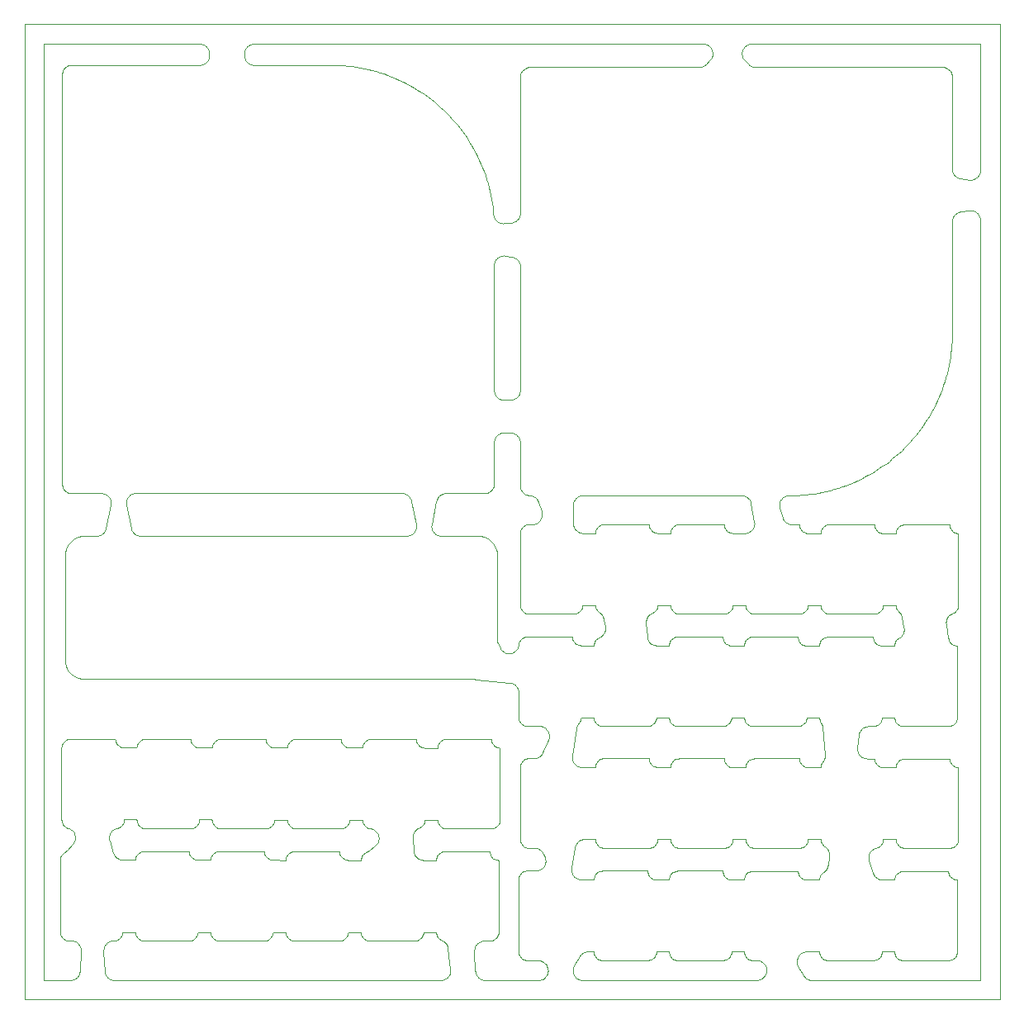
<source format=gko>
%MOIN*%
%OFA0B0*%
%FSLAX44Y44*%
%IPPOS*%
%LPD*%
%ADD10C,0*%
D10*
X00039389Y00000015D02*
X00039389Y00000015D01*
X00039389Y00039385D01*
X00000019Y00039385D01*
X00000019Y00000015D01*
X00039389Y00000015D01*
X00009288Y00038598D02*
X00009288Y00038598D01*
X00027402Y00038598D01*
X00027448Y00038595D01*
X00027494Y00038587D01*
X00027539Y00038573D01*
X00027581Y00038555D01*
X00027621Y00038531D01*
X00027658Y00038503D01*
X00027692Y00038471D01*
X00027721Y00038435D01*
X00027746Y00038395D01*
X00027766Y00038354D01*
X00027781Y00038310D01*
X00027791Y00038264D01*
X00027796Y00038218D01*
X00027794Y00038171D01*
X00027788Y00038125D01*
X00027776Y00038080D01*
X00027759Y00038037D01*
X00027736Y00037996D01*
X00027709Y00037958D01*
X00027678Y00037924D01*
X00027519Y00037767D01*
X00027508Y00037756D01*
X00027496Y00037746D01*
X00027484Y00037736D01*
X00027472Y00037727D01*
X00027459Y00037719D01*
X00027446Y00037710D01*
X00027433Y00037703D01*
X00027420Y00037696D01*
X00027406Y00037689D01*
X00027392Y00037683D01*
X00027378Y00037677D01*
X00027363Y00037672D01*
X00027348Y00037668D01*
X00027334Y00037664D01*
X00027319Y00037661D01*
X00027304Y00037658D01*
X00027288Y00037656D01*
X00027273Y00037655D01*
X00027258Y00037654D01*
X00027243Y00037653D01*
X00020421Y00037653D01*
X00020359Y00037649D01*
X00020299Y00037634D01*
X00020242Y00037611D01*
X00020189Y00037578D01*
X00020142Y00037538D01*
X00020102Y00037491D01*
X00020070Y00037438D01*
X00020046Y00037381D01*
X00020032Y00037321D01*
X00020027Y00037260D01*
X00020027Y00031767D01*
X00020026Y00031738D01*
X00020023Y00031709D01*
X00020017Y00031680D01*
X00020010Y00031652D01*
X00020000Y00031624D01*
X00019989Y00031598D01*
X00019975Y00031572D01*
X00019960Y00031547D01*
X00019943Y00031524D01*
X00019924Y00031501D01*
X00019904Y00031481D01*
X00019882Y00031461D01*
X00019859Y00031444D01*
X00019834Y00031428D01*
X00019809Y00031414D01*
X00019782Y00031402D01*
X00019755Y00031392D01*
X00019727Y00031384D01*
X00019698Y00031378D01*
X00019670Y00031375D01*
X00019380Y00031348D01*
X00019349Y00031346D01*
X00019318Y00031347D01*
X00019287Y00031350D01*
X00019256Y00031356D01*
X00019227Y00031364D01*
X00019197Y00031374D01*
X00019169Y00031387D01*
X00019142Y00031402D01*
X00019116Y00031419D01*
X00019091Y00031437D01*
X00019068Y00031458D01*
X00019047Y00031481D01*
X00019028Y00031505D01*
X00019010Y00031530D01*
X00018995Y00031557D01*
X00018981Y00031585D01*
X00018970Y00031614D01*
X00018962Y00031644D01*
X00018955Y00031674D01*
X00018951Y00031705D01*
X00018940Y00031830D01*
X00018921Y00031995D01*
X00018898Y00032160D01*
X00018871Y00032324D01*
X00018839Y00032488D01*
X00018804Y00032651D01*
X00018764Y00032812D01*
X00018720Y00032973D01*
X00018672Y00033133D01*
X00018621Y00033291D01*
X00018565Y00033448D01*
X00018505Y00033603D01*
X00018441Y00033757D01*
X00018373Y00033910D01*
X00018302Y00034060D01*
X00018227Y00034209D01*
X00018148Y00034355D01*
X00018065Y00034500D01*
X00017979Y00034642D01*
X00017889Y00034783D01*
X00017795Y00034920D01*
X00017699Y00035056D01*
X00017598Y00035189D01*
X00017495Y00035319D01*
X00017388Y00035447D01*
X00017278Y00035572D01*
X00017164Y00035694D01*
X00017048Y00035814D01*
X00016929Y00035930D01*
X00016807Y00036043D01*
X00016682Y00036153D01*
X00016554Y00036260D01*
X00016424Y00036364D01*
X00016291Y00036464D01*
X00016155Y00036561D01*
X00016017Y00036654D01*
X00015877Y00036744D01*
X00015734Y00036830D01*
X00015590Y00036913D01*
X00015443Y00036992D01*
X00015295Y00037067D01*
X00015144Y00037139D01*
X00014992Y00037206D01*
X00014838Y00037270D01*
X00014683Y00037330D01*
X00014526Y00037386D01*
X00014367Y00037438D01*
X00014208Y00037486D01*
X00014047Y00037529D01*
X00013885Y00037569D01*
X00013723Y00037605D01*
X00013559Y00037636D01*
X00013395Y00037663D01*
X00013230Y00037687D01*
X00013064Y00037706D01*
X00012898Y00037720D01*
X00012732Y00037731D01*
X00012566Y00037737D01*
X00012399Y00037739D01*
X00012399Y00037739D01*
X00009286Y00037739D01*
X00009254Y00037741D01*
X00009223Y00037744D01*
X00009192Y00037751D01*
X00009162Y00037759D01*
X00009132Y00037770D01*
X00009104Y00037784D01*
X00009077Y00037799D01*
X00009051Y00037817D01*
X00009026Y00037837D01*
X00009003Y00037859D01*
X00008982Y00037882D01*
X00008963Y00037907D01*
X00008946Y00037934D01*
X00008931Y00037962D01*
X00008919Y00037991D01*
X00008909Y00038020D01*
X00008901Y00038051D01*
X00008895Y00038082D01*
X00008893Y00038113D01*
X00008892Y00038145D01*
X00008895Y00038216D01*
X00008897Y00038246D01*
X00008901Y00038276D01*
X00008908Y00038306D01*
X00008917Y00038335D01*
X00008928Y00038363D01*
X00008941Y00038390D01*
X00008956Y00038416D01*
X00008974Y00038441D01*
X00008993Y00038465D01*
X00009014Y00038487D01*
X00009036Y00038507D01*
X00009060Y00038526D01*
X00009086Y00038542D01*
X00009112Y00038557D01*
X00009140Y00038569D01*
X00009169Y00038579D01*
X00009198Y00038587D01*
X00009228Y00038593D01*
X00009258Y00038597D01*
X00009288Y00038598D01*
X00037468Y00033549D02*
X00037468Y00033549D01*
X00037468Y00037260D01*
X00037463Y00037321D01*
X00037449Y00037381D01*
X00037425Y00037438D01*
X00037393Y00037491D01*
X00037353Y00037538D01*
X00037306Y00037578D01*
X00037253Y00037611D01*
X00037196Y00037634D01*
X00037136Y00037649D01*
X00037074Y00037653D01*
X00029531Y00037653D01*
X00029516Y00037654D01*
X00029501Y00037655D01*
X00029485Y00037656D01*
X00029470Y00037658D01*
X00029455Y00037661D01*
X00029440Y00037664D01*
X00029425Y00037668D01*
X00029411Y00037672D01*
X00029396Y00037677D01*
X00029382Y00037683D01*
X00029368Y00037689D01*
X00029354Y00037696D01*
X00029341Y00037703D01*
X00029327Y00037710D01*
X00029314Y00037719D01*
X00029302Y00037727D01*
X00029289Y00037736D01*
X00029278Y00037746D01*
X00029266Y00037756D01*
X00029255Y00037767D01*
X00029095Y00037924D01*
X00029064Y00037958D01*
X00029037Y00037996D01*
X00029015Y00038037D01*
X00028998Y00038080D01*
X00028986Y00038125D01*
X00028979Y00038171D01*
X00028978Y00038218D01*
X00028983Y00038264D01*
X00028992Y00038310D01*
X00029007Y00038354D01*
X00029028Y00038395D01*
X00029052Y00038435D01*
X00029082Y00038471D01*
X00029115Y00038503D01*
X00029152Y00038531D01*
X00029192Y00038555D01*
X00029235Y00038573D01*
X00029279Y00038587D01*
X00029325Y00038595D01*
X00029372Y00038598D01*
X00038601Y00038598D01*
X00038601Y00033501D01*
X00038600Y00033468D01*
X00038596Y00033434D01*
X00038589Y00033401D01*
X00038579Y00033369D01*
X00038566Y00033338D01*
X00038551Y00033308D01*
X00038533Y00033280D01*
X00038513Y00033253D01*
X00038491Y00033227D01*
X00038466Y00033204D01*
X00038440Y00033183D01*
X00038412Y00033165D01*
X00038383Y00033148D01*
X00038352Y00033135D01*
X00038320Y00033124D01*
X00038288Y00033116D01*
X00038254Y00033110D01*
X00038221Y00033108D01*
X00038187Y00033108D01*
X00038154Y00033111D01*
X00037808Y00033159D01*
X00037780Y00033164D01*
X00037753Y00033171D01*
X00037726Y00033180D01*
X00037700Y00033190D01*
X00037674Y00033203D01*
X00037650Y00033217D01*
X00037627Y00033233D01*
X00037605Y00033251D01*
X00037584Y00033270D01*
X00037565Y00033290D01*
X00037547Y00033312D01*
X00037531Y00033335D01*
X00037517Y00033360D01*
X00037504Y00033385D01*
X00037493Y00033411D01*
X00037484Y00033438D01*
X00037477Y00033465D01*
X00037472Y00033493D01*
X00037469Y00033521D01*
X00037468Y00033549D01*
X00035301Y00015683D02*
X00035301Y00015683D01*
X00035311Y00015674D01*
X00035321Y00015665D01*
X00035330Y00015656D01*
X00035339Y00015646D01*
X00035348Y00015636D01*
X00035356Y00015626D01*
X00035364Y00015615D01*
X00035371Y00015604D01*
X00035379Y00015593D01*
X00035385Y00015582D01*
X00035392Y00015570D01*
X00035398Y00015559D01*
X00035404Y00015547D01*
X00035409Y00015535D01*
X00035414Y00015522D01*
X00035418Y00015510D01*
X00035422Y00015497D01*
X00035426Y00015485D01*
X00035429Y00015472D01*
X00035432Y00015459D01*
X00035515Y00015033D01*
X00035519Y00015009D01*
X00035522Y00014985D01*
X00035523Y00014961D01*
X00035522Y00014936D01*
X00035520Y00014912D01*
X00035516Y00014888D01*
X00035511Y00014864D01*
X00035505Y00014841D01*
X00035497Y00014818D01*
X00035488Y00014795D01*
X00035477Y00014773D01*
X00035465Y00014752D01*
X00035451Y00014732D01*
X00035437Y00014712D01*
X00035421Y00014694D01*
X00035404Y00014676D01*
X00035386Y00014660D01*
X00035367Y00014644D01*
X00035348Y00014630D01*
X00035327Y00014617D01*
X00035290Y00014596D01*
X00035247Y00014560D01*
X00035209Y00014518D01*
X00035179Y00014470D01*
X00035157Y00014417D01*
X00035144Y00014363D01*
X00035139Y00014306D01*
X00034627Y00014306D01*
X00034572Y00014311D01*
X00034518Y00014324D01*
X00034466Y00014345D01*
X00034419Y00014374D01*
X00034377Y00014410D01*
X00034340Y00014452D01*
X00034311Y00014500D01*
X00034290Y00014551D01*
X00034277Y00014605D01*
X00034273Y00014661D01*
X00032470Y00014661D01*
X00032413Y00014658D01*
X00032358Y00014646D01*
X00032305Y00014626D01*
X00032256Y00014598D01*
X00032212Y00014562D01*
X00032175Y00014519D01*
X00032145Y00014471D01*
X00032122Y00014419D01*
X00032109Y00014364D01*
X00032104Y00014307D01*
X00031592Y00014307D01*
X00031537Y00014312D01*
X00031483Y00014325D01*
X00031432Y00014346D01*
X00031384Y00014375D01*
X00031342Y00014411D01*
X00031306Y00014453D01*
X00031277Y00014501D01*
X00031255Y00014552D01*
X00031242Y00014606D01*
X00031238Y00014662D01*
X00029435Y00014662D01*
X00029378Y00014659D01*
X00029323Y00014648D01*
X00029270Y00014627D01*
X00029221Y00014599D01*
X00029177Y00014563D01*
X00029140Y00014520D01*
X00029110Y00014472D01*
X00029088Y00014420D01*
X00029074Y00014365D01*
X00029070Y00014309D01*
X00028558Y00014309D01*
X00028502Y00014313D01*
X00028448Y00014326D01*
X00028397Y00014348D01*
X00028349Y00014377D01*
X00028307Y00014413D01*
X00028271Y00014455D01*
X00028242Y00014502D01*
X00028221Y00014554D01*
X00028208Y00014608D01*
X00028203Y00014663D01*
X00026400Y00014663D01*
X00026344Y00014661D01*
X00026288Y00014649D01*
X00026235Y00014629D01*
X00026187Y00014600D01*
X00026143Y00014564D01*
X00026105Y00014522D01*
X00026075Y00014474D01*
X00026053Y00014422D01*
X00026040Y00014367D01*
X00026035Y00014310D01*
X00025523Y00014311D01*
X00025468Y00014315D01*
X00025414Y00014328D01*
X00025362Y00014349D01*
X00025315Y00014378D01*
X00025273Y00014414D01*
X00025246Y00014446D01*
X00025238Y00014455D01*
X00025230Y00014465D01*
X00025223Y00014475D01*
X00025216Y00014485D01*
X00025210Y00014495D01*
X00025203Y00014506D01*
X00025197Y00014517D01*
X00025192Y00014528D01*
X00025187Y00014539D01*
X00025182Y00014550D01*
X00025177Y00014562D01*
X00025173Y00014573D01*
X00025169Y00014585D01*
X00025166Y00014597D01*
X00025163Y00014609D01*
X00025160Y00014621D01*
X00025158Y00014633D01*
X00025156Y00014645D01*
X00025154Y00014657D01*
X00025153Y00014669D01*
X00025108Y00015218D01*
X00025107Y00015244D01*
X00025108Y00015269D01*
X00025110Y00015294D01*
X00025113Y00015319D01*
X00025118Y00015344D01*
X00025125Y00015368D01*
X00025134Y00015392D01*
X00025143Y00015415D01*
X00025155Y00015438D01*
X00025168Y00015460D01*
X00025182Y00015481D01*
X00025197Y00015501D01*
X00025214Y00015520D01*
X00025232Y00015538D01*
X00025251Y00015554D01*
X00025271Y00015570D01*
X00025292Y00015584D01*
X00025314Y00015597D01*
X00025336Y00015608D01*
X00025360Y00015618D01*
X00025360Y00015618D01*
X00025376Y00015624D01*
X00025424Y00015652D01*
X00025468Y00015688D01*
X00025506Y00015731D01*
X00025536Y00015779D01*
X00025558Y00015831D01*
X00025571Y00015886D01*
X00025576Y00015942D01*
X00026088Y00015942D01*
X00026092Y00015887D01*
X00026105Y00015833D01*
X00026126Y00015781D01*
X00026156Y00015734D01*
X00026192Y00015691D01*
X00026234Y00015655D01*
X00026281Y00015626D01*
X00026333Y00015605D01*
X00026387Y00015592D01*
X00026442Y00015588D01*
X00028245Y00015588D01*
X00028302Y00015590D01*
X00028357Y00015602D01*
X00028410Y00015622D01*
X00028459Y00015651D01*
X00028503Y00015687D01*
X00028540Y00015729D01*
X00028570Y00015777D01*
X00028593Y00015829D01*
X00028606Y00015884D01*
X00028611Y00015941D01*
X00029122Y00015941D01*
X00029127Y00015885D01*
X00029140Y00015831D01*
X00029161Y00015780D01*
X00029190Y00015733D01*
X00029226Y00015690D01*
X00029269Y00015654D01*
X00029316Y00015625D01*
X00029367Y00015604D01*
X00029421Y00015591D01*
X00029477Y00015587D01*
X00031280Y00015587D01*
X00031337Y00015589D01*
X00031392Y00015601D01*
X00031445Y00015621D01*
X00031494Y00015649D01*
X00031537Y00015685D01*
X00031575Y00015728D01*
X00031605Y00015776D01*
X00031627Y00015828D01*
X00031641Y00015883D01*
X00031645Y00015939D01*
X00032157Y00015939D01*
X00032162Y00015884D01*
X00032175Y00015830D01*
X00032196Y00015779D01*
X00032225Y00015731D01*
X00032261Y00015689D01*
X00032303Y00015653D01*
X00032351Y00015624D01*
X00032402Y00015603D01*
X00032456Y00015590D01*
X00032511Y00015585D01*
X00034315Y00015585D01*
X00034371Y00015588D01*
X00034427Y00015600D01*
X00034479Y00015620D01*
X00034528Y00015648D01*
X00034572Y00015684D01*
X00034610Y00015727D01*
X00034640Y00015775D01*
X00034662Y00015827D01*
X00034675Y00015882D01*
X00034680Y00015938D01*
X00035192Y00015938D01*
X00035196Y00015883D01*
X00035209Y00015829D01*
X00035230Y00015777D01*
X00035259Y00015730D01*
X00035296Y00015688D01*
X00035301Y00015683D01*
X00022268Y00018978D02*
X00022268Y00018978D01*
X00022259Y00018988D01*
X00022251Y00018999D01*
X00022243Y00019010D01*
X00022235Y00019021D01*
X00022228Y00019033D01*
X00022222Y00019045D01*
X00022215Y00019057D01*
X00022209Y00019069D01*
X00022204Y00019082D01*
X00022199Y00019094D01*
X00022194Y00019107D01*
X00022190Y00019120D01*
X00022187Y00019133D01*
X00022183Y00019146D01*
X00022180Y00019160D01*
X00022178Y00019173D01*
X00022176Y00019187D01*
X00022175Y00019200D01*
X00022174Y00019214D01*
X00022174Y00019227D01*
X00022162Y00019970D01*
X00022163Y00020001D01*
X00022166Y00020032D01*
X00022172Y00020063D01*
X00022180Y00020093D01*
X00022190Y00020123D01*
X00022203Y00020151D01*
X00022218Y00020179D01*
X00022235Y00020205D01*
X00022254Y00020229D01*
X00022275Y00020253D01*
X00022298Y00020274D01*
X00022322Y00020293D01*
X00022348Y00020311D01*
X00022375Y00020326D01*
X00022404Y00020339D01*
X00022433Y00020350D01*
X00022463Y00020359D01*
X00022494Y00020365D01*
X00022525Y00020369D01*
X00022556Y00020370D01*
X00028959Y00020370D01*
X00028986Y00020369D01*
X00029014Y00020366D01*
X00029041Y00020361D01*
X00029067Y00020355D01*
X00029093Y00020346D01*
X00029119Y00020336D01*
X00029143Y00020324D01*
X00029167Y00020310D01*
X00029190Y00020295D01*
X00029212Y00020278D01*
X00029232Y00020260D01*
X00029251Y00020240D01*
X00029269Y00020219D01*
X00029285Y00020197D01*
X00029300Y00020174D01*
X00029312Y00020150D01*
X00029324Y00020124D01*
X00029333Y00020099D01*
X00029341Y00020072D01*
X00029346Y00020046D01*
X00029478Y00019307D01*
X00029483Y00019273D01*
X00029485Y00019238D01*
X00029483Y00019204D01*
X00029479Y00019170D01*
X00029471Y00019136D01*
X00029461Y00019104D01*
X00029448Y00019072D01*
X00029432Y00019041D01*
X00029414Y00019012D01*
X00029393Y00018985D01*
X00029370Y00018960D01*
X00029344Y00018936D01*
X00029317Y00018915D01*
X00029288Y00018897D01*
X00029258Y00018881D01*
X00029226Y00018868D01*
X00029193Y00018857D01*
X00029160Y00018850D01*
X00029125Y00018845D01*
X00029091Y00018844D01*
X00028611Y00018844D01*
X00028556Y00018848D01*
X00028502Y00018861D01*
X00028450Y00018882D01*
X00028403Y00018911D01*
X00028361Y00018947D01*
X00028325Y00018990D01*
X00028296Y00019037D01*
X00028274Y00019088D01*
X00028261Y00019142D01*
X00028257Y00019198D01*
X00026454Y00019198D01*
X00026397Y00019195D01*
X00026342Y00019184D01*
X00026289Y00019163D01*
X00026240Y00019135D01*
X00026196Y00019099D01*
X00026159Y00019057D01*
X00026129Y00019009D01*
X00026107Y00018956D01*
X00026093Y00018901D01*
X00026089Y00018845D01*
X00025577Y00018845D01*
X00025521Y00018850D01*
X00025467Y00018863D01*
X00025416Y00018884D01*
X00025368Y00018913D01*
X00025326Y00018949D01*
X00025290Y00018991D01*
X00025261Y00019039D01*
X00025240Y00019090D01*
X00025227Y00019144D01*
X00025222Y00019199D01*
X00023419Y00019199D01*
X00023363Y00019197D01*
X00023307Y00019185D01*
X00023254Y00019165D01*
X00023205Y00019137D01*
X00023162Y00019101D01*
X00023124Y00019058D01*
X00023094Y00019010D01*
X00023072Y00018958D01*
X00023059Y00018903D01*
X00023054Y00018847D01*
X00022542Y00018846D01*
X00022487Y00018851D01*
X00022433Y00018864D01*
X00022381Y00018885D01*
X00022334Y00018914D01*
X00022291Y00018950D01*
X00022268Y00018978D01*
X00022547Y00000803D02*
X00022547Y00000803D01*
X00022506Y00000805D01*
X00022465Y00000811D01*
X00022425Y00000822D01*
X00022386Y00000837D01*
X00022349Y00000856D01*
X00022314Y00000879D01*
X00022282Y00000905D01*
X00022253Y00000935D01*
X00022227Y00000967D01*
X00022205Y00001002D01*
X00022186Y00001040D01*
X00022172Y00001079D01*
X00022161Y00001119D01*
X00022155Y00001160D01*
X00022154Y00001202D01*
X00022156Y00001243D01*
X00022163Y00001284D01*
X00022175Y00001324D01*
X00022190Y00001362D01*
X00022210Y00001399D01*
X00022432Y00001769D01*
X00022443Y00001786D01*
X00022455Y00001803D01*
X00022467Y00001818D01*
X00022481Y00001834D01*
X00022495Y00001848D01*
X00022510Y00001862D01*
X00022525Y00001875D01*
X00022541Y00001887D01*
X00022558Y00001898D01*
X00022576Y00001909D01*
X00022593Y00001918D01*
X00022612Y00001927D01*
X00022631Y00001935D01*
X00022650Y00001941D01*
X00022669Y00001947D01*
X00022689Y00001952D01*
X00022709Y00001955D01*
X00022729Y00001958D01*
X00022749Y00001959D01*
X00022769Y00001960D01*
X00022999Y00001960D01*
X00023004Y00001905D01*
X00023017Y00001851D01*
X00023038Y00001799D01*
X00023067Y00001752D01*
X00023103Y00001710D01*
X00023146Y00001673D01*
X00023193Y00001644D01*
X00023245Y00001623D01*
X00023299Y00001610D01*
X00023354Y00001606D01*
X00025157Y00001606D01*
X00025214Y00001608D01*
X00025269Y00001620D01*
X00025322Y00001640D01*
X00025371Y00001669D01*
X00025415Y00001705D01*
X00025452Y00001747D01*
X00025482Y00001795D01*
X00025504Y00001847D01*
X00025518Y00001902D01*
X00025522Y00001959D01*
X00026034Y00001959D01*
X00026039Y00001903D01*
X00026052Y00001849D01*
X00026073Y00001798D01*
X00026102Y00001750D01*
X00026138Y00001708D01*
X00026180Y00001672D01*
X00026228Y00001643D01*
X00026279Y00001622D01*
X00026333Y00001609D01*
X00026389Y00001604D01*
X00028192Y00001604D01*
X00028248Y00001607D01*
X00028304Y00001618D01*
X00028357Y00001639D01*
X00028406Y00001667D01*
X00028449Y00001703D01*
X00028487Y00001746D01*
X00028517Y00001794D01*
X00028539Y00001846D01*
X00028552Y00001901D01*
X00028557Y00001957D01*
X00029069Y00001957D01*
X00029073Y00001902D01*
X00029086Y00001847D01*
X00029108Y00001796D01*
X00029137Y00001749D01*
X00029173Y00001706D01*
X00029215Y00001670D01*
X00029262Y00001641D01*
X00029314Y00001620D01*
X00029368Y00001607D01*
X00029423Y00001603D01*
X00029577Y00001603D01*
X00029613Y00001601D01*
X00029649Y00001596D01*
X00029685Y00001588D01*
X00029719Y00001576D01*
X00029752Y00001561D01*
X00029784Y00001544D01*
X00029814Y00001523D01*
X00029842Y00001500D01*
X00029868Y00001475D01*
X00029891Y00001447D01*
X00029911Y00001417D01*
X00029929Y00001385D01*
X00029944Y00001352D01*
X00029955Y00001317D01*
X00029964Y00001282D01*
X00029969Y00001246D01*
X00029971Y00001210D01*
X00029969Y00001173D01*
X00029964Y00001137D01*
X00029956Y00001102D01*
X00029952Y00001090D01*
X00029945Y00001065D01*
X00029935Y00001041D01*
X00029925Y00001018D01*
X00029912Y00000996D01*
X00029899Y00000974D01*
X00029884Y00000954D01*
X00029867Y00000934D01*
X00029850Y00000916D01*
X00029831Y00000899D01*
X00029811Y00000882D01*
X00029790Y00000868D01*
X00029768Y00000854D01*
X00029746Y00000842D01*
X00029723Y00000832D01*
X00029699Y00000823D01*
X00029674Y00000816D01*
X00029649Y00000810D01*
X00029624Y00000806D01*
X00029599Y00000803D01*
X00029573Y00000803D01*
X00022547Y00000803D01*
X00034350Y00004993D02*
X00034350Y00004993D01*
X00034350Y00004993D01*
X00034345Y00004999D01*
X00034340Y00005005D01*
X00034335Y00005011D01*
X00034330Y00005017D01*
X00034326Y00005023D01*
X00034322Y00005030D01*
X00034317Y00005036D01*
X00034313Y00005043D01*
X00034309Y00005049D01*
X00034305Y00005056D01*
X00034302Y00005063D01*
X00034298Y00005070D01*
X00034295Y00005077D01*
X00034291Y00005084D01*
X00034288Y00005091D01*
X00034285Y00005098D01*
X00034282Y00005105D01*
X00034279Y00005112D01*
X00034277Y00005120D01*
X00034274Y00005127D01*
X00034109Y00005639D01*
X00034100Y00005671D01*
X00034094Y00005703D01*
X00034090Y00005736D01*
X00034090Y00005769D01*
X00034092Y00005802D01*
X00034097Y00005835D01*
X00034104Y00005867D01*
X00034115Y00005898D01*
X00034127Y00005929D01*
X00034143Y00005958D01*
X00034161Y00005986D01*
X00034181Y00006012D01*
X00034203Y00006036D01*
X00034227Y00006059D01*
X00034253Y00006079D01*
X00034280Y00006098D01*
X00034309Y00006113D01*
X00034339Y00006127D01*
X00034371Y00006138D01*
X00034403Y00006146D01*
X00034427Y00006151D01*
X00034479Y00006171D01*
X00034528Y00006199D01*
X00034572Y00006235D01*
X00034610Y00006278D01*
X00034640Y00006326D01*
X00034662Y00006378D01*
X00034675Y00006433D01*
X00034680Y00006489D01*
X00035192Y00006489D01*
X00035196Y00006434D01*
X00035209Y00006380D01*
X00035230Y00006328D01*
X00035259Y00006281D01*
X00035296Y00006239D01*
X00035338Y00006203D01*
X00035385Y00006174D01*
X00035437Y00006152D01*
X00035491Y00006139D01*
X00035546Y00006135D01*
X00037349Y00006135D01*
X00037406Y00006138D01*
X00037461Y00006149D01*
X00037514Y00006169D01*
X00037563Y00006198D01*
X00037607Y00006234D01*
X00037644Y00006276D01*
X00037674Y00006324D01*
X00037696Y00006376D01*
X00037710Y00006431D01*
X00037714Y00006488D01*
X00037715Y00009391D01*
X00037660Y00009395D01*
X00037606Y00009408D01*
X00037554Y00009429D01*
X00037507Y00009459D01*
X00037465Y00009495D01*
X00037429Y00009537D01*
X00037400Y00009584D01*
X00037378Y00009636D01*
X00037365Y00009690D01*
X00037361Y00009745D01*
X00035558Y00009745D01*
X00035501Y00009743D01*
X00035446Y00009731D01*
X00035393Y00009711D01*
X00035344Y00009682D01*
X00035300Y00009646D01*
X00035263Y00009604D01*
X00035233Y00009556D01*
X00035211Y00009504D01*
X00035197Y00009449D01*
X00035193Y00009392D01*
X00034681Y00009392D01*
X00034625Y00009397D01*
X00034571Y00009410D01*
X00034520Y00009431D01*
X00034472Y00009460D01*
X00034430Y00009496D01*
X00034394Y00009538D01*
X00034365Y00009586D01*
X00034344Y00009637D01*
X00034331Y00009691D01*
X00034326Y00009747D01*
X00034032Y00009747D01*
X00033999Y00009748D01*
X00033966Y00009752D01*
X00033933Y00009759D01*
X00033902Y00009769D01*
X00033871Y00009781D01*
X00033842Y00009796D01*
X00033813Y00009813D01*
X00033787Y00009832D01*
X00033762Y00009854D01*
X00033738Y00009878D01*
X00033717Y00009903D01*
X00033699Y00009930D01*
X00033682Y00009959D01*
X00033668Y00009989D01*
X00033657Y00010020D01*
X00033648Y00010052D01*
X00033642Y00010084D01*
X00033639Y00010117D01*
X00033638Y00010150D01*
X00033640Y00010183D01*
X00033697Y00010699D01*
X00033701Y00010728D01*
X00033707Y00010756D01*
X00033715Y00010784D01*
X00033726Y00010810D01*
X00033738Y00010836D01*
X00033752Y00010862D01*
X00033768Y00010886D01*
X00033785Y00010908D01*
X00033805Y00010930D01*
X00033825Y00010950D01*
X00033847Y00010968D01*
X00033871Y00010985D01*
X00033895Y00011000D01*
X00033921Y00011013D01*
X00033947Y00011024D01*
X00033975Y00011034D01*
X00034002Y00011041D01*
X00034031Y00011046D01*
X00034059Y00011049D01*
X00034088Y00011050D01*
X00034261Y00011050D01*
X00034318Y00011053D01*
X00034373Y00011064D01*
X00034426Y00011085D01*
X00034475Y00011113D01*
X00034519Y00011149D01*
X00034556Y00011192D01*
X00034586Y00011240D01*
X00034608Y00011292D01*
X00034622Y00011347D01*
X00034626Y00011403D01*
X00035138Y00011403D01*
X00035143Y00011348D01*
X00035156Y00011294D01*
X00035177Y00011242D01*
X00035206Y00011195D01*
X00035242Y00011152D01*
X00035284Y00011116D01*
X00035332Y00011087D01*
X00035383Y00011066D01*
X00035437Y00011053D01*
X00035493Y00011049D01*
X00037296Y00011049D01*
X00037352Y00011051D01*
X00037408Y00011063D01*
X00037461Y00011083D01*
X00037509Y00011112D01*
X00037553Y00011148D01*
X00037591Y00011190D01*
X00037621Y00011238D01*
X00037643Y00011290D01*
X00037656Y00011345D01*
X00037661Y00011402D01*
X00037662Y00014305D01*
X00037606Y00014309D01*
X00037552Y00014322D01*
X00037501Y00014343D01*
X00037453Y00014372D01*
X00037411Y00014408D01*
X00037375Y00014451D01*
X00037346Y00014498D01*
X00037342Y00014508D01*
X00037340Y00014512D01*
X00037339Y00014516D01*
X00037337Y00014520D01*
X00037335Y00014525D01*
X00037334Y00014529D01*
X00037332Y00014533D01*
X00037331Y00014537D01*
X00037330Y00014542D01*
X00037328Y00014546D01*
X00037327Y00014550D01*
X00037326Y00014555D01*
X00037325Y00014559D01*
X00037324Y00014563D01*
X00037323Y00014568D01*
X00037322Y00014572D01*
X00037321Y00014577D01*
X00037320Y00014581D01*
X00037319Y00014585D01*
X00037318Y00014590D01*
X00037317Y00014594D01*
X00037222Y00015169D01*
X00037219Y00015196D01*
X00037217Y00015223D01*
X00037217Y00015250D01*
X00037219Y00015277D01*
X00037223Y00015303D01*
X00037229Y00015330D01*
X00037236Y00015356D01*
X00037246Y00015381D01*
X00037257Y00015405D01*
X00037269Y00015429D01*
X00037283Y00015452D01*
X00037299Y00015474D01*
X00037316Y00015495D01*
X00037335Y00015514D01*
X00037354Y00015533D01*
X00037376Y00015549D01*
X00037398Y00015565D01*
X00037421Y00015578D01*
X00037445Y00015591D01*
X00037470Y00015601D01*
X00037470Y00015601D01*
X00037514Y00015618D01*
X00037563Y00015647D01*
X00037607Y00015683D01*
X00037644Y00015725D01*
X00037674Y00015773D01*
X00037696Y00015825D01*
X00037710Y00015880D01*
X00037714Y00015937D01*
X00037715Y00018840D01*
X00037660Y00018844D01*
X00037606Y00018857D01*
X00037554Y00018878D01*
X00037507Y00018907D01*
X00037465Y00018943D01*
X00037429Y00018986D01*
X00037400Y00019033D01*
X00037378Y00019084D01*
X00037365Y00019139D01*
X00037361Y00019194D01*
X00035558Y00019194D01*
X00035501Y00019191D01*
X00035446Y00019180D01*
X00035393Y00019160D01*
X00035344Y00019131D01*
X00035300Y00019095D01*
X00035263Y00019053D01*
X00035233Y00019005D01*
X00035211Y00018953D01*
X00035197Y00018898D01*
X00035193Y00018841D01*
X00034681Y00018841D01*
X00034625Y00018846D01*
X00034571Y00018859D01*
X00034520Y00018880D01*
X00034472Y00018909D01*
X00034430Y00018945D01*
X00034394Y00018987D01*
X00034365Y00019035D01*
X00034344Y00019086D01*
X00034331Y00019140D01*
X00034326Y00019196D01*
X00032523Y00019196D01*
X00032467Y00019193D01*
X00032411Y00019181D01*
X00032358Y00019161D01*
X00032309Y00019133D01*
X00032266Y00019097D01*
X00032228Y00019054D01*
X00032198Y00019006D01*
X00032176Y00018954D01*
X00032162Y00018899D01*
X00032158Y00018843D01*
X00031646Y00018842D01*
X00031591Y00018847D01*
X00031536Y00018860D01*
X00031485Y00018881D01*
X00031438Y00018910D01*
X00031395Y00018946D01*
X00031359Y00018988D01*
X00031330Y00019036D01*
X00031309Y00019087D01*
X00031296Y00019141D01*
X00031292Y00019197D01*
X00030996Y00019197D01*
X00030971Y00019198D01*
X00030946Y00019200D01*
X00030921Y00019204D01*
X00030896Y00019210D01*
X00030872Y00019217D01*
X00030848Y00019226D01*
X00030825Y00019236D01*
X00030803Y00019248D01*
X00030781Y00019261D01*
X00030761Y00019275D01*
X00030741Y00019291D01*
X00030722Y00019308D01*
X00030705Y00019326D01*
X00030688Y00019345D01*
X00030673Y00019366D01*
X00030659Y00019387D01*
X00030647Y00019409D01*
X00030636Y00019432D01*
X00030627Y00019455D01*
X00030619Y00019479D01*
X00030505Y00019865D01*
X00030496Y00019900D01*
X00030491Y00019937D01*
X00030489Y00019973D01*
X00030490Y00020010D01*
X00030495Y00020046D01*
X00030503Y00020081D01*
X00030515Y00020116D01*
X00030529Y00020150D01*
X00030547Y00020182D01*
X00030567Y00020212D01*
X00030591Y00020240D01*
X00030616Y00020266D01*
X00030644Y00020290D01*
X00030674Y00020310D01*
X00030706Y00020328D01*
X00030740Y00020343D01*
X00030774Y00020355D01*
X00030810Y00020363D01*
X00030846Y00020368D01*
X00030883Y00020370D01*
X00030893Y00020370D01*
X00031060Y00020372D01*
X00031226Y00020378D01*
X00031392Y00020389D01*
X00031558Y00020404D01*
X00031724Y00020423D01*
X00031889Y00020446D01*
X00032053Y00020473D01*
X00032217Y00020505D01*
X00032379Y00020540D01*
X00032541Y00020580D01*
X00032702Y00020624D01*
X00032862Y00020672D01*
X00033020Y00020723D01*
X00033177Y00020779D01*
X00033332Y00020839D01*
X00033486Y00020903D01*
X00033638Y00020970D01*
X00033789Y00021042D01*
X00033937Y00021117D01*
X00034084Y00021196D01*
X00034229Y00021279D01*
X00034371Y00021365D01*
X00034511Y00021455D01*
X00034649Y00021549D01*
X00034785Y00021645D01*
X00034918Y00021746D01*
X00035048Y00021849D01*
X00035176Y00021956D01*
X00035301Y00022066D01*
X00035423Y00022180D01*
X00035542Y00022296D01*
X00035659Y00022415D01*
X00035772Y00022537D01*
X00035882Y00022662D01*
X00035989Y00022790D01*
X00036093Y00022920D01*
X00036193Y00023053D01*
X00036290Y00023189D01*
X00036383Y00023327D01*
X00036473Y00023467D01*
X00036559Y00023610D01*
X00036642Y00023754D01*
X00036721Y00023901D01*
X00036796Y00024050D01*
X00036868Y00024200D01*
X00036935Y00024352D01*
X00036999Y00024506D01*
X00037059Y00024662D01*
X00037115Y00024819D01*
X00037167Y00024977D01*
X00037214Y00025136D01*
X00037258Y00025297D01*
X00037298Y00025459D01*
X00037333Y00025622D01*
X00037365Y00025785D01*
X00037392Y00025950D01*
X00037415Y00026114D01*
X00037434Y00026280D01*
X00037449Y00026446D01*
X00037460Y00026612D01*
X00037466Y00026779D01*
X00037468Y00026945D01*
X00037468Y00031431D01*
X00037469Y00031459D01*
X00037472Y00031487D01*
X00037477Y00031515D01*
X00037484Y00031542D01*
X00037493Y00031569D01*
X00037504Y00031595D01*
X00037517Y00031620D01*
X00037531Y00031645D01*
X00037547Y00031668D01*
X00037565Y00031690D01*
X00037584Y00031710D01*
X00037605Y00031729D01*
X00037627Y00031747D01*
X00037650Y00031763D01*
X00037674Y00031777D01*
X00037700Y00031790D01*
X00037726Y00031801D01*
X00037753Y00031809D01*
X00037780Y00031816D01*
X00037808Y00031821D01*
X00038154Y00031869D01*
X00038187Y00031872D01*
X00038221Y00031872D01*
X00038254Y00031870D01*
X00038288Y00031864D01*
X00038320Y00031856D01*
X00038352Y00031845D01*
X00038383Y00031832D01*
X00038412Y00031815D01*
X00038440Y00031797D01*
X00038466Y00031776D01*
X00038491Y00031753D01*
X00038513Y00031728D01*
X00038533Y00031701D01*
X00038551Y00031672D01*
X00038566Y00031642D01*
X00038579Y00031611D01*
X00038589Y00031579D01*
X00038596Y00031546D01*
X00038600Y00031513D01*
X00038601Y00031479D01*
X00038601Y00000803D01*
X00031800Y00000803D01*
X00031779Y00000803D01*
X00031758Y00000805D01*
X00031737Y00000808D01*
X00031717Y00000811D01*
X00031697Y00000816D01*
X00031677Y00000822D01*
X00031657Y00000829D01*
X00031638Y00000837D01*
X00031620Y00000846D01*
X00031601Y00000856D01*
X00031584Y00000867D01*
X00031567Y00000879D01*
X00031550Y00000892D01*
X00031534Y00000905D01*
X00031519Y00000920D01*
X00031505Y00000935D01*
X00031492Y00000951D01*
X00031479Y00000967D01*
X00031468Y00000984D01*
X00031457Y00001002D01*
X00031250Y00001368D01*
X00031232Y00001404D01*
X00031217Y00001443D01*
X00031207Y00001483D01*
X00031201Y00001523D01*
X00031199Y00001564D01*
X00031201Y00001605D01*
X00031208Y00001646D01*
X00031219Y00001685D01*
X00031233Y00001724D01*
X00031252Y00001760D01*
X00031275Y00001794D01*
X00031301Y00001826D01*
X00031330Y00001855D01*
X00031362Y00001881D01*
X00031396Y00001903D01*
X00031433Y00001922D01*
X00031471Y00001936D01*
X00031511Y00001947D01*
X00031551Y00001953D01*
X00031592Y00001956D01*
X00032103Y00001956D01*
X00032108Y00001900D01*
X00032121Y00001846D01*
X00032142Y00001795D01*
X00032171Y00001748D01*
X00032207Y00001705D01*
X00032250Y00001669D01*
X00032297Y00001640D01*
X00032348Y00001619D01*
X00032403Y00001606D01*
X00032458Y00001601D01*
X00034261Y00001601D01*
X00034318Y00001604D01*
X00034373Y00001616D01*
X00034426Y00001636D01*
X00034475Y00001664D01*
X00034519Y00001700D01*
X00034556Y00001743D01*
X00034586Y00001791D01*
X00034608Y00001843D01*
X00034622Y00001898D01*
X00034626Y00001954D01*
X00035138Y00001954D01*
X00035143Y00001899D01*
X00035156Y00001845D01*
X00035177Y00001793D01*
X00035206Y00001746D01*
X00035242Y00001704D01*
X00035284Y00001668D01*
X00035332Y00001639D01*
X00035383Y00001617D01*
X00035437Y00001604D01*
X00035493Y00001600D01*
X00037296Y00001600D01*
X00037352Y00001602D01*
X00037408Y00001614D01*
X00037461Y00001634D01*
X00037509Y00001663D01*
X00037553Y00001699D01*
X00037591Y00001741D01*
X00037621Y00001789D01*
X00037643Y00001841D01*
X00037656Y00001896D01*
X00037661Y00001953D01*
X00037662Y00004856D01*
X00037606Y00004860D01*
X00037552Y00004873D01*
X00037501Y00004894D01*
X00037453Y00004923D01*
X00037411Y00004960D01*
X00037375Y00005002D01*
X00037346Y00005049D01*
X00037325Y00005101D01*
X00037312Y00005155D01*
X00037307Y00005210D01*
X00035504Y00005210D01*
X00035448Y00005208D01*
X00035392Y00005196D01*
X00035339Y00005176D01*
X00035290Y00005147D01*
X00035247Y00005111D01*
X00035209Y00005069D01*
X00035179Y00005021D01*
X00035157Y00004969D01*
X00035144Y00004914D01*
X00035139Y00004857D01*
X00034627Y00004857D01*
X00034572Y00004862D01*
X00034518Y00004875D01*
X00034466Y00004896D01*
X00034419Y00004925D01*
X00034377Y00004961D01*
X00034350Y00004993D01*
X00022491Y00004863D02*
X00022491Y00004863D01*
X00022457Y00004864D01*
X00022423Y00004869D01*
X00022390Y00004876D01*
X00022357Y00004886D01*
X00022326Y00004899D01*
X00022295Y00004915D01*
X00022266Y00004933D01*
X00022239Y00004954D01*
X00022214Y00004977D01*
X00022191Y00005002D01*
X00022170Y00005029D01*
X00022151Y00005058D01*
X00022135Y00005088D01*
X00022122Y00005119D01*
X00022112Y00005152D01*
X00022104Y00005185D01*
X00022099Y00005219D01*
X00022097Y00005253D01*
X00022099Y00005287D01*
X00022103Y00005321D01*
X00022244Y00006166D01*
X00022249Y00006193D01*
X00022257Y00006219D01*
X00022266Y00006245D01*
X00022277Y00006271D01*
X00022290Y00006295D01*
X00022304Y00006319D01*
X00022320Y00006341D01*
X00022338Y00006363D01*
X00022357Y00006383D01*
X00022377Y00006401D01*
X00022399Y00006418D01*
X00022422Y00006434D01*
X00022446Y00006448D01*
X00022471Y00006460D01*
X00022496Y00006470D01*
X00022523Y00006479D01*
X00022550Y00006486D01*
X00022577Y00006491D01*
X00022604Y00006494D01*
X00022632Y00006494D01*
X00023053Y00006494D01*
X00023058Y00006439D01*
X00023071Y00006385D01*
X00023092Y00006334D01*
X00023121Y00006287D01*
X00023157Y00006244D01*
X00023199Y00006208D01*
X00023247Y00006179D01*
X00023298Y00006158D01*
X00023352Y00006145D01*
X00023408Y00006140D01*
X00025211Y00006140D01*
X00025267Y00006143D01*
X00025323Y00006155D01*
X00025376Y00006175D01*
X00025424Y00006203D01*
X00025468Y00006239D01*
X00025506Y00006282D01*
X00025536Y00006330D01*
X00025558Y00006382D01*
X00025571Y00006437D01*
X00025576Y00006493D01*
X00026088Y00006493D01*
X00026092Y00006438D01*
X00026105Y00006384D01*
X00026126Y00006332D01*
X00026156Y00006285D01*
X00026192Y00006243D01*
X00026234Y00006207D01*
X00026281Y00006177D01*
X00026333Y00006156D01*
X00026387Y00006143D01*
X00026442Y00006139D01*
X00028245Y00006139D01*
X00028302Y00006141D01*
X00028357Y00006153D01*
X00028410Y00006173D01*
X00028459Y00006202D01*
X00028503Y00006238D01*
X00028540Y00006280D01*
X00028570Y00006328D01*
X00028593Y00006380D01*
X00028606Y00006435D01*
X00028611Y00006492D01*
X00029122Y00006492D01*
X00029127Y00006437D01*
X00029140Y00006383D01*
X00029161Y00006331D01*
X00029190Y00006284D01*
X00029226Y00006241D01*
X00029269Y00006205D01*
X00029316Y00006176D01*
X00029367Y00006155D01*
X00029421Y00006142D01*
X00029477Y00006138D01*
X00031280Y00006138D01*
X00031337Y00006140D01*
X00031392Y00006152D01*
X00031445Y00006172D01*
X00031494Y00006201D01*
X00031537Y00006237D01*
X00031575Y00006279D01*
X00031605Y00006327D01*
X00031627Y00006379D01*
X00031641Y00006434D01*
X00031645Y00006491D01*
X00032157Y00006491D01*
X00032162Y00006435D01*
X00032175Y00006381D01*
X00032196Y00006330D01*
X00032225Y00006283D01*
X00032261Y00006240D01*
X00032303Y00006204D01*
X00032317Y00006196D01*
X00032317Y00006196D01*
X00032336Y00006183D01*
X00032355Y00006170D01*
X00032372Y00006155D01*
X00032389Y00006140D01*
X00032404Y00006123D01*
X00032419Y00006106D01*
X00032433Y00006088D01*
X00032445Y00006069D01*
X00032457Y00006049D01*
X00032467Y00006029D01*
X00032476Y00006008D01*
X00032484Y00005987D01*
X00032491Y00005965D01*
X00032496Y00005943D01*
X00032501Y00005921D01*
X00032503Y00005899D01*
X00032505Y00005876D01*
X00032505Y00005853D01*
X00032504Y00005831D01*
X00032502Y00005808D01*
X00032453Y00005440D01*
X00032450Y00005422D01*
X00032447Y00005405D01*
X00032442Y00005387D01*
X00032437Y00005370D01*
X00032431Y00005353D01*
X00032425Y00005337D01*
X00032417Y00005320D01*
X00032409Y00005304D01*
X00032400Y00005289D01*
X00032390Y00005274D01*
X00032380Y00005259D01*
X00032369Y00005245D01*
X00032358Y00005231D01*
X00032345Y00005218D01*
X00032333Y00005205D01*
X00032319Y00005193D01*
X00032305Y00005182D01*
X00032291Y00005171D01*
X00032276Y00005161D01*
X00032261Y00005152D01*
X00032261Y00005152D01*
X00032256Y00005149D01*
X00032212Y00005113D01*
X00032175Y00005070D01*
X00032145Y00005022D01*
X00032122Y00004970D01*
X00032109Y00004915D01*
X00032104Y00004859D01*
X00031592Y00004859D01*
X00031537Y00004863D01*
X00031483Y00004876D01*
X00031432Y00004897D01*
X00031384Y00004926D01*
X00031342Y00004962D01*
X00031306Y00005005D01*
X00031277Y00005052D01*
X00031255Y00005103D01*
X00031242Y00005157D01*
X00031238Y00005213D01*
X00029435Y00005213D01*
X00029378Y00005210D01*
X00029323Y00005199D01*
X00029270Y00005178D01*
X00029221Y00005150D01*
X00029177Y00005114D01*
X00029140Y00005071D01*
X00029110Y00005024D01*
X00029088Y00004971D01*
X00029074Y00004916D01*
X00029070Y00004860D01*
X00028558Y00004860D01*
X00028502Y00004864D01*
X00028448Y00004877D01*
X00028397Y00004899D01*
X00028349Y00004928D01*
X00028307Y00004964D01*
X00028271Y00005006D01*
X00028242Y00005054D01*
X00028221Y00005105D01*
X00028208Y00005159D01*
X00028203Y00005214D01*
X00026400Y00005214D01*
X00026344Y00005212D01*
X00026288Y00005200D01*
X00026235Y00005180D01*
X00026187Y00005151D01*
X00026143Y00005116D01*
X00026105Y00005073D01*
X00026075Y00005025D01*
X00026053Y00004973D01*
X00026040Y00004918D01*
X00026035Y00004862D01*
X00025523Y00004862D01*
X00025468Y00004866D01*
X00025414Y00004879D01*
X00025362Y00004900D01*
X00025315Y00004929D01*
X00025273Y00004965D01*
X00025236Y00005008D01*
X00025207Y00005055D01*
X00025186Y00005107D01*
X00025173Y00005161D01*
X00025169Y00005216D01*
X00023366Y00005216D01*
X00023309Y00005213D01*
X00023254Y00005202D01*
X00023201Y00005182D01*
X00023152Y00005153D01*
X00023108Y00005117D01*
X00023071Y00005075D01*
X00023041Y00005027D01*
X00023018Y00004975D01*
X00023005Y00004920D01*
X00023000Y00004863D01*
X00022491Y00004863D01*
X00022489Y00009402D02*
X00022489Y00009402D01*
X00022457Y00009406D01*
X00022426Y00009412D01*
X00022395Y00009421D01*
X00022365Y00009432D01*
X00022336Y00009446D01*
X00022308Y00009463D01*
X00022282Y00009481D01*
X00022257Y00009502D01*
X00022234Y00009524D01*
X00022213Y00009549D01*
X00022194Y00009574D01*
X00022177Y00009602D01*
X00022162Y00009631D01*
X00022150Y00009661D01*
X00022140Y00009691D01*
X00022133Y00009723D01*
X00022129Y00009755D01*
X00022127Y00009787D01*
X00022127Y00009819D01*
X00022131Y00009851D01*
X00022292Y00010958D01*
X00022294Y00010969D01*
X00022296Y00010981D01*
X00022298Y00010992D01*
X00022301Y00011003D01*
X00022304Y00011014D01*
X00022308Y00011025D01*
X00022311Y00011035D01*
X00022315Y00011046D01*
X00022320Y00011056D01*
X00022324Y00011067D01*
X00022329Y00011077D01*
X00022334Y00011087D01*
X00022340Y00011097D01*
X00022346Y00011107D01*
X00022352Y00011117D01*
X00022358Y00011126D01*
X00022365Y00011135D01*
X00022372Y00011144D01*
X00022379Y00011153D01*
X00022386Y00011162D01*
X00022417Y00011197D01*
X00022448Y00011245D01*
X00022470Y00011297D01*
X00022483Y00011352D01*
X00022488Y00011409D01*
X00022999Y00011409D01*
X00023004Y00011354D01*
X00023017Y00011299D01*
X00023038Y00011248D01*
X00023067Y00011201D01*
X00023103Y00011158D01*
X00023146Y00011122D01*
X00023193Y00011093D01*
X00023245Y00011072D01*
X00023299Y00011059D01*
X00023354Y00011055D01*
X00025157Y00011055D01*
X00025214Y00011057D01*
X00025269Y00011069D01*
X00025322Y00011089D01*
X00025371Y00011118D01*
X00025415Y00011154D01*
X00025452Y00011196D01*
X00025482Y00011244D01*
X00025504Y00011296D01*
X00025518Y00011351D01*
X00025522Y00011407D01*
X00026034Y00011407D01*
X00026039Y00011352D01*
X00026052Y00011298D01*
X00026073Y00011247D01*
X00026102Y00011199D01*
X00026138Y00011157D01*
X00026180Y00011121D01*
X00026228Y00011092D01*
X00026279Y00011070D01*
X00026333Y00011057D01*
X00026389Y00011053D01*
X00028192Y00011053D01*
X00028248Y00011056D01*
X00028304Y00011067D01*
X00028357Y00011088D01*
X00028406Y00011116D01*
X00028449Y00011152D01*
X00028487Y00011194D01*
X00028517Y00011242D01*
X00028539Y00011294D01*
X00028552Y00011349D01*
X00028557Y00011406D01*
X00029069Y00011406D01*
X00029073Y00011350D01*
X00029086Y00011296D01*
X00029108Y00011245D01*
X00029137Y00011198D01*
X00029173Y00011155D01*
X00029215Y00011119D01*
X00029262Y00011090D01*
X00029314Y00011069D01*
X00029368Y00011056D01*
X00029423Y00011051D01*
X00031226Y00011051D01*
X00031283Y00011054D01*
X00031338Y00011066D01*
X00031391Y00011086D01*
X00031440Y00011114D01*
X00031484Y00011150D01*
X00031521Y00011193D01*
X00031552Y00011241D01*
X00031574Y00011293D01*
X00031587Y00011348D01*
X00031592Y00011404D01*
X00032103Y00011404D01*
X00032108Y00011349D01*
X00032121Y00011295D01*
X00032142Y00011244D01*
X00032170Y00011199D01*
X00032175Y00011191D01*
X00032179Y00011183D01*
X00032183Y00011175D01*
X00032187Y00011167D01*
X00032191Y00011159D01*
X00032195Y00011151D01*
X00032198Y00011143D01*
X00032202Y00011134D01*
X00032205Y00011126D01*
X00032208Y00011117D01*
X00032211Y00011109D01*
X00032213Y00011100D01*
X00032215Y00011091D01*
X00032218Y00011083D01*
X00032220Y00011074D01*
X00032221Y00011065D01*
X00032223Y00011056D01*
X00032224Y00011047D01*
X00032225Y00011038D01*
X00032226Y00011030D01*
X00032331Y00009909D01*
X00032332Y00009893D01*
X00032333Y00009877D01*
X00032333Y00009861D01*
X00032332Y00009845D01*
X00032330Y00009829D01*
X00032328Y00009813D01*
X00032326Y00009798D01*
X00032322Y00009782D01*
X00032318Y00009766D01*
X00032314Y00009751D01*
X00032308Y00009736D01*
X00032302Y00009721D01*
X00032296Y00009706D01*
X00032289Y00009692D01*
X00032281Y00009678D01*
X00032273Y00009664D01*
X00032264Y00009651D01*
X00032255Y00009637D01*
X00032245Y00009625D01*
X00032235Y00009613D01*
X00032235Y00009613D01*
X00032228Y00009605D01*
X00032198Y00009557D01*
X00032176Y00009505D01*
X00032162Y00009450D01*
X00032158Y00009394D01*
X00031646Y00009394D01*
X00031591Y00009398D01*
X00031536Y00009411D01*
X00031485Y00009432D01*
X00031438Y00009461D01*
X00031395Y00009497D01*
X00031359Y00009540D01*
X00031330Y00009587D01*
X00031309Y00009638D01*
X00031296Y00009692D01*
X00031292Y00009748D01*
X00029488Y00009748D01*
X00029432Y00009745D01*
X00029377Y00009734D01*
X00029324Y00009713D01*
X00029275Y00009685D01*
X00029231Y00009649D01*
X00029194Y00009607D01*
X00029163Y00009559D01*
X00029141Y00009506D01*
X00029128Y00009451D01*
X00029123Y00009395D01*
X00028611Y00009395D01*
X00028556Y00009399D01*
X00028502Y00009412D01*
X00028450Y00009433D01*
X00028403Y00009462D01*
X00028361Y00009499D01*
X00028325Y00009541D01*
X00028296Y00009588D01*
X00028274Y00009640D01*
X00028261Y00009694D01*
X00028257Y00009749D01*
X00026454Y00009749D01*
X00026397Y00009747D01*
X00026342Y00009735D01*
X00026289Y00009715D01*
X00026240Y00009686D01*
X00026196Y00009650D01*
X00026159Y00009608D01*
X00026129Y00009560D01*
X00026107Y00009508D01*
X00026093Y00009453D01*
X00026089Y00009396D01*
X00025577Y00009396D01*
X00025521Y00009401D01*
X00025467Y00009414D01*
X00025416Y00009435D01*
X00025368Y00009464D01*
X00025326Y00009500D01*
X00025290Y00009542D01*
X00025261Y00009590D01*
X00025240Y00009641D01*
X00025227Y00009695D01*
X00025222Y00009751D01*
X00023419Y00009751D01*
X00023363Y00009748D01*
X00023307Y00009736D01*
X00023254Y00009716D01*
X00023205Y00009688D01*
X00023162Y00009652D01*
X00023124Y00009609D01*
X00023094Y00009561D01*
X00023072Y00009509D01*
X00023059Y00009454D01*
X00023054Y00009398D01*
X00022542Y00009398D01*
X00022489Y00009402D01*
X00003650Y00000803D02*
X00003650Y00000803D01*
X00003620Y00000804D01*
X00003590Y00000807D01*
X00003561Y00000813D01*
X00003532Y00000821D01*
X00003504Y00000831D01*
X00003477Y00000843D01*
X00003450Y00000857D01*
X00003425Y00000873D01*
X00003401Y00000891D01*
X00003379Y00000910D01*
X00003358Y00000932D01*
X00003339Y00000955D01*
X00003321Y00000979D01*
X00003306Y00001004D01*
X00003292Y00001031D01*
X00003281Y00001058D01*
X00003271Y00001087D01*
X00003264Y00001116D01*
X00003259Y00001145D01*
X00003256Y00001175D01*
X00003212Y00001979D01*
X00003212Y00002011D01*
X00003214Y00002043D01*
X00003219Y00002075D01*
X00003226Y00002106D01*
X00003236Y00002136D01*
X00003248Y00002166D01*
X00003263Y00002194D01*
X00003279Y00002221D01*
X00003298Y00002247D01*
X00003319Y00002271D01*
X00003342Y00002294D01*
X00003367Y00002314D01*
X00003393Y00002332D01*
X00003421Y00002348D01*
X00003450Y00002362D01*
X00003480Y00002374D01*
X00003510Y00002383D01*
X00003542Y00002389D01*
X00003573Y00002393D01*
X00003605Y00002394D01*
X00003619Y00002394D01*
X00003675Y00002397D01*
X00003731Y00002409D01*
X00003783Y00002429D01*
X00003832Y00002457D01*
X00003876Y00002493D01*
X00003913Y00002536D01*
X00003944Y00002584D01*
X00003966Y00002636D01*
X00003979Y00002691D01*
X00003984Y00002747D01*
X00004496Y00002747D01*
X00004500Y00002692D01*
X00004513Y00002638D01*
X00004534Y00002587D01*
X00004563Y00002539D01*
X00004600Y00002497D01*
X00004642Y00002461D01*
X00004689Y00002432D01*
X00004741Y00002411D01*
X00004795Y00002398D01*
X00004850Y00002393D01*
X00006653Y00002393D01*
X00006710Y00002396D01*
X00006765Y00002407D01*
X00006818Y00002428D01*
X00006867Y00002456D01*
X00006911Y00002492D01*
X00006948Y00002535D01*
X00006978Y00002583D01*
X00007000Y00002635D01*
X00007014Y00002690D01*
X00007018Y00002746D01*
X00007530Y00002746D01*
X00007535Y00002691D01*
X00007548Y00002636D01*
X00007569Y00002585D01*
X00007598Y00002538D01*
X00007634Y00002495D01*
X00007676Y00002459D01*
X00007724Y00002430D01*
X00007775Y00002409D01*
X00007829Y00002396D01*
X00007885Y00002392D01*
X00009688Y00002392D01*
X00009744Y00002394D01*
X00009800Y00002406D01*
X00009853Y00002426D01*
X00009902Y00002455D01*
X00009945Y00002491D01*
X00009983Y00002533D01*
X00010013Y00002581D01*
X00010035Y00002633D01*
X00010049Y00002688D01*
X00010053Y00002744D01*
X00010565Y00002744D01*
X00010569Y00002689D01*
X00010582Y00002635D01*
X00010604Y00002584D01*
X00010633Y00002536D01*
X00010669Y00002494D01*
X00010711Y00002458D01*
X00010759Y00002429D01*
X00010810Y00002407D01*
X00010864Y00002394D01*
X00010919Y00002390D01*
X00012723Y00002390D01*
X00012779Y00002393D01*
X00012834Y00002404D01*
X00012887Y00002425D01*
X00012936Y00002453D01*
X00012980Y00002489D01*
X00013017Y00002531D01*
X00013048Y00002579D01*
X00013070Y00002632D01*
X00013083Y00002686D01*
X00013088Y00002743D01*
X00013600Y00002743D01*
X00013604Y00002688D01*
X00013617Y00002634D01*
X00013638Y00002582D01*
X00013667Y00002535D01*
X00013703Y00002493D01*
X00013746Y00002457D01*
X00013793Y00002427D01*
X00013845Y00002406D01*
X00013899Y00002393D01*
X00013954Y00002389D01*
X00015757Y00002389D01*
X00015814Y00002391D01*
X00015869Y00002403D01*
X00015922Y00002423D01*
X00015971Y00002452D01*
X00016015Y00002488D01*
X00016052Y00002530D01*
X00016082Y00002578D01*
X00016104Y00002630D01*
X00016118Y00002685D01*
X00016122Y00002742D01*
X00016634Y00002742D01*
X00016639Y00002686D01*
X00016652Y00002632D01*
X00016673Y00002581D01*
X00016702Y00002533D01*
X00016738Y00002491D01*
X00016780Y00002455D01*
X00016828Y00002426D01*
X00016877Y00002406D01*
X00016877Y00002406D01*
X00016896Y00002397D01*
X00016915Y00002387D01*
X00016933Y00002377D01*
X00016950Y00002365D01*
X00016967Y00002353D01*
X00016984Y00002340D01*
X00016999Y00002326D01*
X00017014Y00002311D01*
X00017028Y00002295D01*
X00017041Y00002279D01*
X00017053Y00002262D01*
X00017064Y00002244D01*
X00017074Y00002226D01*
X00017084Y00002207D01*
X00017092Y00002187D01*
X00017099Y00002168D01*
X00017105Y00002148D01*
X00017111Y00002127D01*
X00017115Y00002107D01*
X00017117Y00002086D01*
X00017213Y00001241D01*
X00017215Y00001208D01*
X00017215Y00001174D01*
X00017212Y00001141D01*
X00017206Y00001109D01*
X00017197Y00001077D01*
X00017186Y00001046D01*
X00017172Y00001016D01*
X00017155Y00000987D01*
X00017136Y00000960D01*
X00017115Y00000934D01*
X00017092Y00000910D01*
X00017067Y00000889D01*
X00017041Y00000869D01*
X00017012Y00000852D01*
X00016983Y00000837D01*
X00016952Y00000825D01*
X00016920Y00000815D01*
X00016888Y00000808D01*
X00016855Y00000804D01*
X00016822Y00000803D01*
X00003650Y00000803D01*
X00003782Y00005715D02*
X00003782Y00005715D01*
X00003770Y00005722D01*
X00003758Y00005730D01*
X00003747Y00005739D01*
X00003736Y00005747D01*
X00003725Y00005757D01*
X00003715Y00005766D01*
X00003705Y00005776D01*
X00003695Y00005786D01*
X00003686Y00005797D01*
X00003677Y00005808D01*
X00003669Y00005819D01*
X00003661Y00005831D01*
X00003653Y00005843D01*
X00003646Y00005855D01*
X00003639Y00005867D01*
X00003633Y00005880D01*
X00003627Y00005893D01*
X00003621Y00005906D01*
X00003616Y00005919D01*
X00003612Y00005932D01*
X00003455Y00006433D01*
X00003446Y00006464D01*
X00003440Y00006497D01*
X00003437Y00006529D01*
X00003437Y00006562D01*
X00003439Y00006595D01*
X00003444Y00006628D01*
X00003452Y00006659D01*
X00003462Y00006691D01*
X00003475Y00006721D01*
X00003491Y00006750D01*
X00003509Y00006777D01*
X00003529Y00006803D01*
X00003551Y00006828D01*
X00003575Y00006850D01*
X00003601Y00006870D01*
X00003628Y00006888D01*
X00003657Y00006904D01*
X00003687Y00006917D01*
X00003718Y00006928D01*
X00003750Y00006936D01*
X00003784Y00006943D01*
X00003837Y00006964D01*
X00003886Y00006992D01*
X00003930Y00007028D01*
X00003967Y00007070D01*
X00003997Y00007118D01*
X00004019Y00007170D01*
X00004033Y00007225D01*
X00004037Y00007282D01*
X00004549Y00007282D01*
X00004554Y00007227D01*
X00004567Y00007173D01*
X00004588Y00007121D01*
X00004617Y00007074D01*
X00004653Y00007032D01*
X00004695Y00006996D01*
X00004743Y00006966D01*
X00004794Y00006945D01*
X00004848Y00006932D01*
X00004904Y00006928D01*
X00006707Y00006928D01*
X00006763Y00006930D01*
X00006819Y00006942D01*
X00006872Y00006962D01*
X00006921Y00006991D01*
X00006964Y00007027D01*
X00007002Y00007069D01*
X00007032Y00007117D01*
X00007054Y00007169D01*
X00007067Y00007224D01*
X00007072Y00007281D01*
X00007584Y00007281D01*
X00007588Y00007225D01*
X00007601Y00007171D01*
X00007623Y00007120D01*
X00007652Y00007072D01*
X00007688Y00007030D01*
X00007730Y00006994D01*
X00007777Y00006965D01*
X00007829Y00006944D01*
X00007883Y00006931D01*
X00007938Y00006926D01*
X00009741Y00006926D01*
X00009798Y00006929D01*
X00009853Y00006940D01*
X00009906Y00006961D01*
X00009955Y00006989D01*
X00009999Y00007025D01*
X00010036Y00007068D01*
X00010066Y00007116D01*
X00010089Y00007168D01*
X00010102Y00007223D01*
X00010107Y00007279D01*
X00010618Y00007279D01*
X00010623Y00007224D01*
X00010636Y00007170D01*
X00010657Y00007119D01*
X00010686Y00007071D01*
X00010722Y00007029D01*
X00010765Y00006993D01*
X00010812Y00006964D01*
X00010863Y00006942D01*
X00010917Y00006929D01*
X00010973Y00006925D01*
X00012776Y00006925D01*
X00012833Y00006928D01*
X00012888Y00006939D01*
X00012941Y00006960D01*
X00012990Y00006988D01*
X00013034Y00007024D01*
X00013071Y00007067D01*
X00013101Y00007114D01*
X00013123Y00007167D01*
X00013137Y00007222D01*
X00013141Y00007278D01*
X00013653Y00007278D01*
X00013658Y00007223D01*
X00013671Y00007169D01*
X00013692Y00007117D01*
X00013721Y00007070D01*
X00013757Y00007028D01*
X00013799Y00006992D01*
X00013847Y00006963D01*
X00013898Y00006941D01*
X00013952Y00006928D01*
X00013960Y00006928D01*
X00014007Y00006921D01*
X00014053Y00006909D01*
X00014096Y00006892D01*
X00014138Y00006869D01*
X00014176Y00006842D01*
X00014211Y00006810D01*
X00014242Y00006775D01*
X00014268Y00006735D01*
X00014290Y00006694D01*
X00014306Y00006649D01*
X00014317Y00006604D01*
X00014323Y00006557D01*
X00014322Y00006510D01*
X00014316Y00006463D01*
X00014305Y00006417D01*
X00014288Y00006373D01*
X00014266Y00006331D01*
X00014240Y00006293D01*
X00014208Y00006257D01*
X00014173Y00006226D01*
X00013927Y00006032D01*
X00013922Y00006028D01*
X00013918Y00006025D01*
X00013913Y00006021D01*
X00013908Y00006018D01*
X00013903Y00006015D01*
X00013898Y00006011D01*
X00013893Y00006008D01*
X00013888Y00006005D01*
X00013883Y00006002D01*
X00013878Y00005999D01*
X00013873Y00005996D01*
X00013868Y00005993D01*
X00013862Y00005991D01*
X00013857Y00005988D01*
X00013852Y00005985D01*
X00013846Y00005983D01*
X00013841Y00005980D01*
X00013836Y00005978D01*
X00013830Y00005976D01*
X00013825Y00005974D01*
X00013801Y00005965D01*
X00013752Y00005936D01*
X00013708Y00005900D01*
X00013671Y00005858D01*
X00013641Y00005810D01*
X00013618Y00005758D01*
X00013605Y00005703D01*
X00013600Y00005646D01*
X00013088Y00005646D01*
X00013033Y00005650D01*
X00012979Y00005663D01*
X00012928Y00005685D01*
X00012880Y00005714D01*
X00012838Y00005750D01*
X00012802Y00005792D01*
X00012773Y00005839D01*
X00012751Y00005891D01*
X00012739Y00005945D01*
X00012734Y00006000D01*
X00010931Y00006000D01*
X00010874Y00005998D01*
X00010819Y00005986D01*
X00010766Y00005966D01*
X00010717Y00005937D01*
X00010674Y00005901D01*
X00010636Y00005859D01*
X00010606Y00005811D01*
X00010584Y00005759D01*
X00010570Y00005704D01*
X00010566Y00005647D01*
X00010054Y00005648D01*
X00009998Y00005652D01*
X00009944Y00005665D01*
X00009893Y00005686D01*
X00009846Y00005715D01*
X00009803Y00005751D01*
X00009767Y00005794D01*
X00009738Y00005841D01*
X00009717Y00005892D01*
X00009704Y00005946D01*
X00009700Y00006002D01*
X00007896Y00006002D01*
X00007840Y00005999D01*
X00007784Y00005988D01*
X00007732Y00005967D01*
X00007683Y00005939D01*
X00007639Y00005903D01*
X00007601Y00005860D01*
X00007571Y00005813D01*
X00007549Y00005760D01*
X00007536Y00005705D01*
X00007531Y00005649D01*
X00007019Y00005649D01*
X00006964Y00005653D01*
X00006910Y00005666D01*
X00006858Y00005688D01*
X00006811Y00005717D01*
X00006769Y00005753D01*
X00006733Y00005795D01*
X00006703Y00005843D01*
X00006682Y00005894D01*
X00006669Y00005948D01*
X00006665Y00006003D01*
X00004862Y00006003D01*
X00004805Y00006001D01*
X00004750Y00005989D01*
X00004697Y00005969D01*
X00004648Y00005940D01*
X00004604Y00005905D01*
X00004567Y00005862D01*
X00004537Y00005814D01*
X00004515Y00005762D01*
X00004501Y00005707D01*
X00004497Y00005651D01*
X00003985Y00005650D01*
X00003929Y00005655D01*
X00003875Y00005668D01*
X00003824Y00005689D01*
X00003782Y00005715D01*
X00001767Y00006945D02*
X00001767Y00006945D01*
X00001806Y00006933D01*
X00001843Y00006918D01*
X00001879Y00006898D01*
X00001913Y00006875D01*
X00001944Y00006849D01*
X00001972Y00006820D01*
X00001997Y00006788D01*
X00002019Y00006753D01*
X00002037Y00006716D01*
X00002051Y00006678D01*
X00002061Y00006639D01*
X00002067Y00006598D01*
X00002068Y00006558D01*
X00002066Y00006517D01*
X00002059Y00006477D01*
X00002048Y00006438D01*
X00002033Y00006400D01*
X00002015Y00006364D01*
X00001993Y00006329D01*
X00001967Y00006298D01*
X00001721Y00006026D01*
X00001717Y00006021D01*
X00001713Y00006017D01*
X00001708Y00006013D01*
X00001704Y00006008D01*
X00001700Y00006004D01*
X00001695Y00006000D01*
X00001691Y00005996D01*
X00001686Y00005992D01*
X00001682Y00005988D01*
X00001677Y00005984D01*
X00001672Y00005980D01*
X00001667Y00005977D01*
X00001663Y00005973D01*
X00001658Y00005969D01*
X00001653Y00005966D01*
X00001648Y00005963D01*
X00001643Y00005959D01*
X00001637Y00005956D01*
X00001632Y00005953D01*
X00001627Y00005950D01*
X00001613Y00005942D01*
X00001570Y00005906D01*
X00001532Y00005863D01*
X00001502Y00005815D01*
X00001480Y00005763D01*
X00001466Y00005708D01*
X00001462Y00005652D01*
X00001461Y00002749D01*
X00001465Y00002693D01*
X00001478Y00002639D01*
X00001500Y00002588D01*
X00001529Y00002540D01*
X00001565Y00002498D01*
X00001607Y00002462D01*
X00001655Y00002433D01*
X00001706Y00002412D01*
X00001760Y00002399D01*
X00001815Y00002394D01*
X00001905Y00002394D01*
X00001937Y00002393D01*
X00001969Y00002389D01*
X00002000Y00002383D01*
X00002031Y00002374D01*
X00002061Y00002362D01*
X00002090Y00002348D01*
X00002118Y00002332D01*
X00002144Y00002314D01*
X00002168Y00002294D01*
X00002191Y00002271D01*
X00002212Y00002247D01*
X00002231Y00002221D01*
X00002248Y00002194D01*
X00002263Y00002166D01*
X00002275Y00002136D01*
X00002285Y00002106D01*
X00002292Y00002075D01*
X00002297Y00002043D01*
X00002299Y00002011D01*
X00002299Y00001979D01*
X00002254Y00001175D01*
X00002252Y00001145D01*
X00002247Y00001116D01*
X00002239Y00001087D01*
X00002230Y00001058D01*
X00002218Y00001031D01*
X00002205Y00001004D01*
X00002189Y00000979D01*
X00002172Y00000955D01*
X00002153Y00000932D01*
X00002132Y00000910D01*
X00002109Y00000891D01*
X00002086Y00000873D01*
X00002060Y00000857D01*
X00002034Y00000843D01*
X00002007Y00000831D01*
X00001979Y00000821D01*
X00001950Y00000813D01*
X00001921Y00000807D01*
X00001891Y00000804D01*
X00001861Y00000803D01*
X00000806Y00000803D01*
X00000806Y00038598D01*
X00007085Y00038598D01*
X00007116Y00038597D01*
X00007146Y00038593D01*
X00007175Y00038587D01*
X00007205Y00038579D01*
X00007233Y00038569D01*
X00007261Y00038557D01*
X00007287Y00038542D01*
X00007313Y00038526D01*
X00007337Y00038507D01*
X00007359Y00038487D01*
X00007380Y00038465D01*
X00007400Y00038441D01*
X00007417Y00038416D01*
X00007432Y00038390D01*
X00007445Y00038363D01*
X00007457Y00038335D01*
X00007466Y00038306D01*
X00007472Y00038276D01*
X00007477Y00038246D01*
X00007479Y00038216D01*
X00007481Y00038145D01*
X00007481Y00038113D01*
X00007478Y00038082D01*
X00007472Y00038051D01*
X00007465Y00038020D01*
X00007454Y00037991D01*
X00007442Y00037962D01*
X00007427Y00037934D01*
X00007410Y00037907D01*
X00007391Y00037882D01*
X00007370Y00037859D01*
X00007347Y00037837D01*
X00007323Y00037817D01*
X00007297Y00037799D01*
X00007269Y00037784D01*
X00007241Y00037770D01*
X00007211Y00037759D01*
X00007181Y00037751D01*
X00007150Y00037744D01*
X00007119Y00037741D01*
X00007087Y00037739D01*
X00001927Y00037739D01*
X00001865Y00037734D01*
X00001805Y00037720D01*
X00001748Y00037696D01*
X00001695Y00037664D01*
X00001648Y00037624D01*
X00001608Y00037577D01*
X00001576Y00037524D01*
X00001552Y00037467D01*
X00001538Y00037407D01*
X00001533Y00037346D01*
X00001533Y00020849D01*
X00001538Y00020788D01*
X00001552Y00020728D01*
X00001576Y00020671D01*
X00001608Y00020618D01*
X00001648Y00020571D01*
X00001695Y00020531D01*
X00001748Y00020499D01*
X00001805Y00020475D01*
X00001865Y00020461D01*
X00001927Y00020456D01*
X00003113Y00020456D01*
X00003148Y00020454D01*
X00003183Y00020450D01*
X00003217Y00020442D01*
X00003250Y00020431D01*
X00003283Y00020418D01*
X00003314Y00020401D01*
X00003343Y00020382D01*
X00003370Y00020360D01*
X00003396Y00020336D01*
X00003419Y00020310D01*
X00003440Y00020282D01*
X00003458Y00020252D01*
X00003474Y00020221D01*
X00003486Y00020188D01*
X00003496Y00020155D01*
X00003503Y00020120D01*
X00003506Y00020085D01*
X00003507Y00020050D01*
X00003504Y00020015D01*
X00003499Y00019981D01*
X00003302Y00019047D01*
X00003296Y00019021D01*
X00003287Y00018996D01*
X00003277Y00018971D01*
X00003266Y00018947D01*
X00003253Y00018923D01*
X00003238Y00018901D01*
X00003222Y00018880D01*
X00003204Y00018859D01*
X00003185Y00018840D01*
X00003165Y00018823D01*
X00003143Y00018807D01*
X00003121Y00018792D01*
X00003097Y00018779D01*
X00003073Y00018767D01*
X00003048Y00018758D01*
X00003023Y00018749D01*
X00002997Y00018743D01*
X00002970Y00018739D01*
X00002943Y00018736D01*
X00002917Y00018735D01*
X00002449Y00018735D01*
X00002326Y00018725D01*
X00002206Y00018696D01*
X00002092Y00018649D01*
X00001986Y00018585D01*
X00001892Y00018504D01*
X00001812Y00018410D01*
X00001748Y00018305D01*
X00001700Y00018191D01*
X00001671Y00018071D01*
X00001662Y00017948D01*
X00001662Y00013735D01*
X00001671Y00013612D01*
X00001700Y00013492D01*
X00001747Y00013377D01*
X00001812Y00013272D01*
X00001892Y00013178D01*
X00001986Y00013098D01*
X00002091Y00013033D01*
X00002206Y00012986D01*
X00002326Y00012957D01*
X00002449Y00012948D01*
X00018194Y00012948D01*
X00018196Y00012948D01*
X00018198Y00012948D01*
X00018200Y00012947D01*
X00018202Y00012947D01*
X00018204Y00012947D01*
X00018206Y00012947D01*
X00018208Y00012947D01*
X00018210Y00012947D01*
X00018212Y00012947D01*
X00018214Y00012947D01*
X00018215Y00012947D01*
X00018217Y00012947D01*
X00018219Y00012947D01*
X00018221Y00012947D01*
X00018223Y00012946D01*
X00018225Y00012946D01*
X00018227Y00012946D01*
X00018229Y00012946D01*
X00018231Y00012946D01*
X00018233Y00012946D01*
X00019611Y00012808D01*
X00019640Y00012804D01*
X00019668Y00012798D01*
X00019696Y00012790D01*
X00019723Y00012779D01*
X00019749Y00012767D01*
X00019774Y00012753D01*
X00019799Y00012737D01*
X00019822Y00012720D01*
X00019843Y00012701D01*
X00019864Y00012680D01*
X00019882Y00012658D01*
X00019899Y00012634D01*
X00019914Y00012610D01*
X00019928Y00012584D01*
X00019939Y00012557D01*
X00019948Y00012530D01*
X00019956Y00012502D01*
X00019961Y00012473D01*
X00019964Y00012445D01*
X00019965Y00012416D01*
X00019965Y00011410D01*
X00019969Y00011355D01*
X00019982Y00011301D01*
X00020004Y00011249D01*
X00020033Y00011202D01*
X00020069Y00011160D01*
X00020111Y00011123D01*
X00020159Y00011094D01*
X00020210Y00011073D01*
X00020264Y00011060D01*
X00020319Y00011056D01*
X00020803Y00011056D01*
X00020842Y00011054D01*
X00020881Y00011048D01*
X00020919Y00011038D01*
X00020955Y00011025D01*
X00020991Y00011008D01*
X00021024Y00010988D01*
X00021055Y00010964D01*
X00021084Y00010938D01*
X00021110Y00010909D01*
X00021133Y00010877D01*
X00021153Y00010843D01*
X00021169Y00010808D01*
X00021181Y00010771D01*
X00021190Y00010733D01*
X00021195Y00010694D01*
X00021197Y00010655D01*
X00021194Y00010616D01*
X00021188Y00010578D01*
X00021177Y00010540D01*
X00021163Y00010503D01*
X00020936Y00009987D01*
X00020926Y00009966D01*
X00020915Y00009946D01*
X00020903Y00009927D01*
X00020890Y00009909D01*
X00020876Y00009891D01*
X00020861Y00009874D01*
X00020844Y00009858D01*
X00020827Y00009843D01*
X00020809Y00009829D01*
X00020791Y00009816D01*
X00020771Y00009804D01*
X00020751Y00009793D01*
X00020731Y00009784D01*
X00020709Y00009775D01*
X00020688Y00009768D01*
X00020666Y00009762D01*
X00020644Y00009758D01*
X00020621Y00009754D01*
X00020598Y00009753D01*
X00020576Y00009752D01*
X00020385Y00009752D01*
X00020328Y00009749D01*
X00020273Y00009738D01*
X00020220Y00009717D01*
X00020171Y00009689D01*
X00020127Y00009653D01*
X00020090Y00009610D01*
X00020059Y00009563D01*
X00020037Y00009510D01*
X00020024Y00009455D01*
X00020019Y00009399D01*
X00020019Y00006496D01*
X00020023Y00006441D01*
X00020036Y00006386D01*
X00020057Y00006335D01*
X00020086Y00006288D01*
X00020122Y00006245D01*
X00020165Y00006209D01*
X00020212Y00006180D01*
X00020263Y00006159D01*
X00020317Y00006146D01*
X00020373Y00006142D01*
X00020599Y00006142D01*
X00020621Y00006141D01*
X00020644Y00006139D01*
X00020666Y00006136D01*
X00020688Y00006131D01*
X00020710Y00006126D01*
X00020732Y00006119D01*
X00020753Y00006110D01*
X00020773Y00006101D01*
X00020793Y00006090D01*
X00020812Y00006079D01*
X00020831Y00006066D01*
X00020849Y00006052D01*
X00020866Y00006037D01*
X00020882Y00006021D01*
X00020897Y00006005D01*
X00020911Y00005987D01*
X00020925Y00005969D01*
X00020937Y00005950D01*
X00020948Y00005930D01*
X00020958Y00005910D01*
X00021019Y00005773D01*
X00021034Y00005736D01*
X00021044Y00005698D01*
X00021051Y00005660D01*
X00021054Y00005621D01*
X00021053Y00005581D01*
X00021048Y00005542D01*
X00021039Y00005504D01*
X00021027Y00005467D01*
X00021011Y00005431D01*
X00020991Y00005397D01*
X00020968Y00005365D01*
X00020942Y00005336D01*
X00020913Y00005309D01*
X00020882Y00005286D01*
X00020849Y00005265D01*
X00020813Y00005248D01*
X00020776Y00005235D01*
X00020738Y00005225D01*
X00020700Y00005219D01*
X00020660Y00005217D01*
X00020331Y00005217D01*
X00020274Y00005215D01*
X00020219Y00005203D01*
X00020166Y00005183D01*
X00020117Y00005154D01*
X00020074Y00005118D01*
X00020036Y00005076D01*
X00020006Y00005028D01*
X00019984Y00004976D01*
X00019970Y00004921D01*
X00019966Y00004864D01*
X00019965Y00001961D01*
X00019969Y00001906D01*
X00019982Y00001852D01*
X00020004Y00001800D01*
X00020033Y00001753D01*
X00020069Y00001711D01*
X00020111Y00001675D01*
X00020159Y00001646D01*
X00020210Y00001624D01*
X00020264Y00001611D01*
X00020319Y00001607D01*
X00020472Y00001607D01*
X00020474Y00001607D01*
X00020475Y00001607D01*
X00020476Y00001607D01*
X00020477Y00001607D01*
X00020478Y00001607D01*
X00020479Y00001607D01*
X00020481Y00001607D01*
X00020482Y00001607D01*
X00020483Y00001607D01*
X00020484Y00001607D01*
X00020485Y00001607D01*
X00020486Y00001607D01*
X00020487Y00001607D01*
X00020489Y00001607D01*
X00020490Y00001607D01*
X00020491Y00001607D01*
X00020492Y00001606D01*
X00020493Y00001606D01*
X00020494Y00001606D01*
X00020496Y00001606D01*
X00020782Y00001589D01*
X00020842Y00001581D01*
X00020900Y00001564D01*
X00020955Y00001538D01*
X00021005Y00001504D01*
X00021049Y00001462D01*
X00021087Y00001414D01*
X00021116Y00001362D01*
X00021137Y00001305D01*
X00021150Y00001245D01*
X00021152Y00001185D01*
X00021146Y00001124D01*
X00021130Y00001066D01*
X00021106Y00001010D01*
X00021073Y00000959D01*
X00021033Y00000914D01*
X00020986Y00000875D01*
X00020934Y00000844D01*
X00020878Y00000821D01*
X00020819Y00000807D01*
X00020759Y00000803D01*
X00018610Y00000803D01*
X00018580Y00000804D01*
X00018550Y00000807D01*
X00018521Y00000813D01*
X00018492Y00000821D01*
X00018464Y00000831D01*
X00018436Y00000843D01*
X00018410Y00000857D01*
X00018385Y00000874D01*
X00018361Y00000892D01*
X00018338Y00000912D01*
X00018318Y00000933D01*
X00018298Y00000956D01*
X00018281Y00000981D01*
X00018265Y00001006D01*
X00018252Y00001033D01*
X00018241Y00001061D01*
X00018231Y00001089D01*
X00018224Y00001118D01*
X00018219Y00001148D01*
X00018217Y00001178D01*
X00018180Y00001975D01*
X00018179Y00002007D01*
X00018182Y00002039D01*
X00018187Y00002070D01*
X00018194Y00002101D01*
X00018204Y00002131D01*
X00018216Y00002161D01*
X00018231Y00002189D01*
X00018248Y00002216D01*
X00018267Y00002241D01*
X00018288Y00002265D01*
X00018311Y00002288D01*
X00018335Y00002308D01*
X00018362Y00002326D01*
X00018389Y00002342D01*
X00018418Y00002356D01*
X00018448Y00002367D01*
X00018478Y00002376D01*
X00018509Y00002382D01*
X00018541Y00002386D01*
X00018573Y00002387D01*
X00018792Y00002387D01*
X00018848Y00002390D01*
X00018904Y00002401D01*
X00018957Y00002422D01*
X00019006Y00002450D01*
X00019049Y00002486D01*
X00019087Y00002529D01*
X00019117Y00002577D01*
X00019139Y00002629D01*
X00019152Y00002684D01*
X00019157Y00002740D01*
X00019158Y00005643D01*
X00019102Y00005648D01*
X00019048Y00005661D01*
X00018997Y00005682D01*
X00018949Y00005711D01*
X00018907Y00005747D01*
X00018871Y00005789D01*
X00018842Y00005837D01*
X00018821Y00005888D01*
X00018808Y00005942D01*
X00018803Y00005998D01*
X00017000Y00005998D01*
X00016944Y00005995D01*
X00016888Y00005983D01*
X00016835Y00005963D01*
X00016787Y00005935D01*
X00016743Y00005899D01*
X00016705Y00005856D01*
X00016675Y00005808D01*
X00016653Y00005756D01*
X00016640Y00005701D01*
X00016635Y00005645D01*
X00016123Y00005645D01*
X00016068Y00005649D01*
X00016014Y00005662D01*
X00015967Y00005681D01*
X00015967Y00005681D01*
X00015947Y00005690D01*
X00015927Y00005701D01*
X00015908Y00005712D01*
X00015890Y00005724D01*
X00015872Y00005737D01*
X00015855Y00005752D01*
X00015839Y00005767D01*
X00015824Y00005783D01*
X00015810Y00005800D01*
X00015797Y00005817D01*
X00015784Y00005836D01*
X00015773Y00005855D01*
X00015763Y00005875D01*
X00015754Y00005895D01*
X00015746Y00005915D01*
X00015739Y00005936D01*
X00015734Y00005958D01*
X00015730Y00005980D01*
X00015726Y00006001D01*
X00015725Y00006023D01*
X00015695Y00006558D01*
X00015695Y00006583D01*
X00015696Y00006608D01*
X00015698Y00006632D01*
X00015702Y00006657D01*
X00015708Y00006681D01*
X00015715Y00006705D01*
X00015724Y00006728D01*
X00015734Y00006751D01*
X00015745Y00006773D01*
X00015758Y00006794D01*
X00015772Y00006814D01*
X00015787Y00006834D01*
X00015804Y00006852D01*
X00015822Y00006870D01*
X00015840Y00006886D01*
X00015860Y00006901D01*
X00015881Y00006914D01*
X00015902Y00006927D01*
X00015924Y00006938D01*
X00015947Y00006947D01*
X00015976Y00006958D01*
X00016024Y00006987D01*
X00016068Y00007023D01*
X00016106Y00007065D01*
X00016136Y00007113D01*
X00016158Y00007165D01*
X00016171Y00007220D01*
X00016176Y00007277D01*
X00016688Y00007277D01*
X00016692Y00007221D01*
X00016705Y00007167D01*
X00016726Y00007116D01*
X00016756Y00007068D01*
X00016792Y00007026D01*
X00016834Y00006990D01*
X00016881Y00006961D01*
X00016933Y00006940D01*
X00016987Y00006927D01*
X00017042Y00006922D01*
X00018845Y00006922D01*
X00018902Y00006925D01*
X00018957Y00006937D01*
X00019010Y00006957D01*
X00019059Y00006985D01*
X00019103Y00007021D01*
X00019140Y00007064D01*
X00019170Y00007112D01*
X00019193Y00007164D01*
X00019206Y00007219D01*
X00019211Y00007275D01*
X00019211Y00010178D01*
X00019156Y00010183D01*
X00019102Y00010196D01*
X00019050Y00010217D01*
X00019003Y00010246D01*
X00018961Y00010282D01*
X00018925Y00010324D01*
X00018896Y00010372D01*
X00018874Y00010423D01*
X00018861Y00010477D01*
X00018857Y00010533D01*
X00017054Y00010533D01*
X00016997Y00010530D01*
X00016942Y00010518D01*
X00016889Y00010498D01*
X00016840Y00010470D01*
X00016796Y00010434D01*
X00016759Y00010391D01*
X00016729Y00010343D01*
X00016707Y00010291D01*
X00016693Y00010236D01*
X00016689Y00010180D01*
X00016177Y00010180D01*
X00016121Y00010184D01*
X00016067Y00010197D01*
X00016016Y00010218D01*
X00015968Y00010247D01*
X00015926Y00010284D01*
X00015890Y00010326D01*
X00015861Y00010373D01*
X00015840Y00010425D01*
X00015827Y00010479D01*
X00015822Y00010534D01*
X00014019Y00010534D01*
X00013963Y00010532D01*
X00013907Y00010520D01*
X00013854Y00010500D01*
X00013805Y00010471D01*
X00013762Y00010435D01*
X00013724Y00010393D01*
X00013694Y00010345D01*
X00013672Y00010293D01*
X00013659Y00010238D01*
X00013654Y00010181D01*
X00013142Y00010181D01*
X00013087Y00010185D01*
X00013033Y00010198D01*
X00012981Y00010220D01*
X00012934Y00010249D01*
X00012891Y00010285D01*
X00012855Y00010327D01*
X00012826Y00010374D01*
X00012805Y00010426D01*
X00012792Y00010480D01*
X00012788Y00010535D01*
X00010985Y00010535D01*
X00010928Y00010533D01*
X00010873Y00010521D01*
X00010820Y00010501D01*
X00010771Y00010472D01*
X00010727Y00010436D01*
X00010690Y00010394D01*
X00010659Y00010346D01*
X00010637Y00010294D01*
X00010624Y00010239D01*
X00010619Y00010182D01*
X00010107Y00010182D01*
X00010052Y00010187D01*
X00009998Y00010200D01*
X00009947Y00010221D01*
X00009899Y00010250D01*
X00009857Y00010286D01*
X00009821Y00010328D01*
X00009792Y00010376D01*
X00009770Y00010427D01*
X00009757Y00010481D01*
X00009753Y00010537D01*
X00007950Y00010537D01*
X00007893Y00010534D01*
X00007838Y00010522D01*
X00007785Y00010502D01*
X00007736Y00010474D01*
X00007692Y00010438D01*
X00007655Y00010395D01*
X00007625Y00010347D01*
X00007603Y00010295D01*
X00007589Y00010240D01*
X00007585Y00010184D01*
X00007073Y00010184D01*
X00007017Y00010188D01*
X00006963Y00010201D01*
X00006912Y00010222D01*
X00006864Y00010251D01*
X00006822Y00010288D01*
X00006786Y00010330D01*
X00006757Y00010377D01*
X00006736Y00010429D01*
X00006723Y00010483D01*
X00006718Y00010538D01*
X00004915Y00010538D01*
X00004859Y00010535D01*
X00004803Y00010524D01*
X00004750Y00010504D01*
X00004702Y00010475D01*
X00004658Y00010439D01*
X00004620Y00010397D01*
X00004590Y00010349D01*
X00004568Y00010297D01*
X00004555Y00010242D01*
X00004550Y00010185D01*
X00004038Y00010185D01*
X00003983Y00010189D01*
X00003929Y00010202D01*
X00003877Y00010224D01*
X00003830Y00010253D01*
X00003788Y00010289D01*
X00003751Y00010331D01*
X00003722Y00010378D01*
X00003701Y00010430D01*
X00003688Y00010484D01*
X00003684Y00010539D01*
X00001881Y00010539D01*
X00001824Y00010537D01*
X00001769Y00010525D01*
X00001716Y00010505D01*
X00001667Y00010476D01*
X00001623Y00010440D01*
X00001586Y00010398D01*
X00001556Y00010350D01*
X00001533Y00010298D01*
X00001520Y00010243D01*
X00001515Y00010186D01*
X00001515Y00007283D01*
X00001519Y00007228D01*
X00001532Y00007174D01*
X00001553Y00007122D01*
X00001582Y00007075D01*
X00001618Y00007033D01*
X00001661Y00006997D01*
X00001708Y00006968D01*
X00001759Y00006946D01*
X00001767Y00006945D01*
X00016844Y00018735D02*
X00016844Y00018735D01*
X00016809Y00018736D01*
X00016774Y00018741D01*
X00016740Y00018749D01*
X00016707Y00018759D01*
X00016675Y00018773D01*
X00016644Y00018789D01*
X00016615Y00018808D01*
X00016587Y00018830D01*
X00016562Y00018854D01*
X00016538Y00018880D01*
X00016518Y00018908D01*
X00016499Y00018938D01*
X00016484Y00018969D01*
X00016471Y00019001D01*
X00016461Y00019035D01*
X00016454Y00019069D01*
X00016451Y00019104D01*
X00016450Y00019139D01*
X00016452Y00019174D01*
X00016458Y00019208D01*
X00016650Y00020141D01*
X00016656Y00020168D01*
X00016665Y00020193D01*
X00016674Y00020218D01*
X00016686Y00020243D01*
X00016699Y00020266D01*
X00016714Y00020289D01*
X00016730Y00020310D01*
X00016748Y00020331D01*
X00016767Y00020350D01*
X00016787Y00020367D01*
X00016808Y00020384D01*
X00016831Y00020398D01*
X00016854Y00020412D01*
X00016879Y00020423D01*
X00016904Y00020433D01*
X00016929Y00020441D01*
X00016956Y00020448D01*
X00016982Y00020452D01*
X00017009Y00020455D01*
X00017036Y00020456D01*
X00018580Y00020456D01*
X00018642Y00020461D01*
X00018702Y00020475D01*
X00018759Y00020499D01*
X00018812Y00020531D01*
X00018859Y00020571D01*
X00018899Y00020618D01*
X00018931Y00020671D01*
X00018955Y00020728D01*
X00018969Y00020788D01*
X00018974Y00020849D01*
X00018974Y00022507D01*
X00018975Y00022538D01*
X00018979Y00022569D01*
X00018985Y00022600D01*
X00018994Y00022630D01*
X00019004Y00022659D01*
X00019018Y00022687D01*
X00019033Y00022714D01*
X00019050Y00022740D01*
X00019070Y00022764D01*
X00019091Y00022787D01*
X00019114Y00022808D01*
X00019139Y00022827D01*
X00019165Y00022844D01*
X00019192Y00022859D01*
X00019221Y00022872D01*
X00019250Y00022883D01*
X00019280Y00022891D01*
X00019311Y00022896D01*
X00019342Y00022900D01*
X00019373Y00022901D01*
X00019639Y00022897D01*
X00019669Y00022895D01*
X00019700Y00022891D01*
X00019730Y00022885D01*
X00019759Y00022876D01*
X00019788Y00022865D01*
X00019815Y00022852D01*
X00019842Y00022837D01*
X00019867Y00022820D01*
X00019891Y00022801D01*
X00019914Y00022780D01*
X00019934Y00022757D01*
X00019953Y00022733D01*
X00019970Y00022707D01*
X00019985Y00022680D01*
X00019998Y00022653D01*
X00020008Y00022624D01*
X00020016Y00022594D01*
X00020022Y00022564D01*
X00020026Y00022534D01*
X00020027Y00022503D01*
X00020027Y00020764D01*
X00020032Y00020702D01*
X00020046Y00020642D01*
X00020070Y00020585D01*
X00020102Y00020532D01*
X00020142Y00020485D01*
X00020189Y00020445D01*
X00020242Y00020413D01*
X00020299Y00020389D01*
X00020359Y00020375D01*
X00020420Y00020370D01*
X00020444Y00020367D01*
X00020467Y00020364D01*
X00020489Y00020358D01*
X00020512Y00020352D01*
X00020534Y00020344D01*
X00020555Y00020335D01*
X00020576Y00020324D01*
X00020596Y00020313D01*
X00020616Y00020300D01*
X00020634Y00020286D01*
X00020652Y00020271D01*
X00020669Y00020255D01*
X00020685Y00020238D01*
X00020700Y00020220D01*
X00020714Y00020201D01*
X00020726Y00020182D01*
X00020738Y00020161D01*
X00020748Y00020140D01*
X00020757Y00020119D01*
X00020765Y00020097D01*
X00020887Y00019714D01*
X00020896Y00019678D01*
X00020902Y00019642D01*
X00020905Y00019605D01*
X00020904Y00019568D01*
X00020900Y00019531D01*
X00020892Y00019495D01*
X00020881Y00019460D01*
X00020867Y00019425D01*
X00020850Y00019393D01*
X00020829Y00019362D01*
X00020806Y00019333D01*
X00020780Y00019307D01*
X00020752Y00019283D01*
X00020722Y00019262D01*
X00020690Y00019243D01*
X00020656Y00019228D01*
X00020621Y00019216D01*
X00020585Y00019208D01*
X00020548Y00019202D01*
X00020511Y00019201D01*
X00020385Y00019201D01*
X00020328Y00019198D01*
X00020273Y00019186D01*
X00020220Y00019166D01*
X00020171Y00019138D01*
X00020127Y00019102D01*
X00020090Y00019059D01*
X00020059Y00019011D01*
X00020037Y00018959D01*
X00020024Y00018904D01*
X00020019Y00018848D01*
X00020019Y00015945D01*
X00020023Y00015889D01*
X00020036Y00015835D01*
X00020057Y00015784D01*
X00020086Y00015737D01*
X00020122Y00015694D01*
X00020165Y00015658D01*
X00020212Y00015629D01*
X00020263Y00015608D01*
X00020317Y00015595D01*
X00020373Y00015590D01*
X00022176Y00015590D01*
X00022233Y00015593D01*
X00022288Y00015605D01*
X00022341Y00015625D01*
X00022390Y00015653D01*
X00022434Y00015689D01*
X00022471Y00015732D01*
X00022501Y00015780D01*
X00022523Y00015832D01*
X00022537Y00015887D01*
X00022541Y00015943D01*
X00023053Y00015943D01*
X00023058Y00015888D01*
X00023071Y00015834D01*
X00023092Y00015783D01*
X00023121Y00015735D01*
X00023157Y00015693D01*
X00023199Y00015657D01*
X00023220Y00015644D01*
X00023234Y00015635D01*
X00023248Y00015626D01*
X00023261Y00015616D01*
X00023273Y00015605D01*
X00023286Y00015594D01*
X00023297Y00015582D01*
X00023309Y00015570D01*
X00023319Y00015558D01*
X00023330Y00015545D01*
X00023339Y00015531D01*
X00023348Y00015517D01*
X00023357Y00015503D01*
X00023365Y00015489D01*
X00023372Y00015474D01*
X00023378Y00015459D01*
X00023384Y00015443D01*
X00023390Y00015427D01*
X00023394Y00015412D01*
X00023398Y00015396D01*
X00023402Y00015379D01*
X00023458Y00015073D01*
X00023462Y00015046D01*
X00023464Y00015019D01*
X00023464Y00014992D01*
X00023462Y00014964D01*
X00023459Y00014937D01*
X00023453Y00014911D01*
X00023446Y00014884D01*
X00023437Y00014859D01*
X00023426Y00014834D01*
X00023414Y00014809D01*
X00023400Y00014786D01*
X00023384Y00014764D01*
X00023367Y00014743D01*
X00023348Y00014723D01*
X00023328Y00014704D01*
X00023307Y00014687D01*
X00023285Y00014672D01*
X00023261Y00014658D01*
X00023237Y00014645D01*
X00023212Y00014635D01*
X00023212Y00014635D01*
X00023201Y00014630D01*
X00023152Y00014602D01*
X00023108Y00014566D01*
X00023071Y00014523D01*
X00023041Y00014476D01*
X00023018Y00014423D01*
X00023005Y00014368D01*
X00023000Y00014312D01*
X00022488Y00014312D01*
X00022433Y00014316D01*
X00022379Y00014329D01*
X00022328Y00014350D01*
X00022280Y00014379D01*
X00022238Y00014415D01*
X00022202Y00014458D01*
X00022173Y00014505D01*
X00022151Y00014557D01*
X00022139Y00014611D01*
X00022134Y00014666D01*
X00020331Y00014666D01*
X00020274Y00014663D01*
X00020219Y00014652D01*
X00020166Y00014632D01*
X00020117Y00014603D01*
X00020074Y00014567D01*
X00020036Y00014525D01*
X00020006Y00014477D01*
X00019984Y00014425D01*
X00019970Y00014370D01*
X00019969Y00014352D01*
X00019962Y00014301D01*
X00019947Y00014252D01*
X00019927Y00014205D01*
X00019901Y00014161D01*
X00019869Y00014120D01*
X00019832Y00014084D01*
X00019791Y00014054D01*
X00019746Y00014028D01*
X00019698Y00014009D01*
X00019648Y00013997D01*
X00019597Y00013991D01*
X00019546Y00013991D01*
X00019495Y00013999D01*
X00019445Y00014013D01*
X00019398Y00014033D01*
X00019354Y00014059D01*
X00019313Y00014091D01*
X00019277Y00014128D01*
X00019247Y00014169D01*
X00019221Y00014214D01*
X00019141Y00014381D01*
X00019138Y00014389D01*
X00019134Y00014397D01*
X00019131Y00014406D01*
X00019127Y00014414D01*
X00019125Y00014422D01*
X00019122Y00014430D01*
X00019119Y00014439D01*
X00019117Y00014447D01*
X00019114Y00014456D01*
X00019112Y00014464D01*
X00019111Y00014473D01*
X00019109Y00014481D01*
X00019107Y00014490D01*
X00019106Y00014499D01*
X00019105Y00014507D01*
X00019104Y00014516D01*
X00019104Y00014525D01*
X00019103Y00014534D01*
X00019103Y00014543D01*
X00019103Y00014551D01*
X00019103Y00017948D01*
X00019093Y00018071D01*
X00019064Y00018191D01*
X00019017Y00018305D01*
X00018952Y00018410D01*
X00018872Y00018504D01*
X00018778Y00018585D01*
X00018673Y00018649D01*
X00018559Y00018696D01*
X00018438Y00018725D01*
X00018315Y00018735D01*
X00016844Y00018735D01*
X00004709Y00018735D02*
X00004709Y00018735D01*
X00004682Y00018736D01*
X00004656Y00018739D01*
X00004629Y00018743D01*
X00004603Y00018749D01*
X00004578Y00018758D01*
X00004553Y00018767D01*
X00004528Y00018779D01*
X00004505Y00018792D01*
X00004483Y00018807D01*
X00004461Y00018823D01*
X00004441Y00018840D01*
X00004422Y00018859D01*
X00004404Y00018880D01*
X00004388Y00018901D01*
X00004373Y00018923D01*
X00004360Y00018947D01*
X00004348Y00018971D01*
X00004339Y00018996D01*
X00004330Y00019021D01*
X00004324Y00019047D01*
X00004127Y00019981D01*
X00004122Y00020015D01*
X00004119Y00020050D01*
X00004120Y00020085D01*
X00004123Y00020120D01*
X00004130Y00020155D01*
X00004140Y00020188D01*
X00004152Y00020221D01*
X00004168Y00020252D01*
X00004186Y00020282D01*
X00004207Y00020310D01*
X00004230Y00020336D01*
X00004255Y00020360D01*
X00004283Y00020382D01*
X00004312Y00020401D01*
X00004343Y00020418D01*
X00004375Y00020431D01*
X00004409Y00020442D01*
X00004443Y00020450D01*
X00004478Y00020454D01*
X00004513Y00020456D01*
X00015247Y00020456D01*
X00015274Y00020455D01*
X00015300Y00020452D01*
X00015327Y00020448D01*
X00015353Y00020441D01*
X00015379Y00020433D01*
X00015404Y00020423D01*
X00015428Y00020412D01*
X00015452Y00020398D01*
X00015474Y00020384D01*
X00015495Y00020367D01*
X00015516Y00020350D01*
X00015535Y00020331D01*
X00015552Y00020310D01*
X00015569Y00020289D01*
X00015583Y00020266D01*
X00015597Y00020243D01*
X00015608Y00020218D01*
X00015618Y00020193D01*
X00015626Y00020168D01*
X00015632Y00020141D01*
X00015825Y00019208D01*
X00015830Y00019174D01*
X00015832Y00019139D01*
X00015832Y00019104D01*
X00015828Y00019069D01*
X00015821Y00019035D01*
X00015811Y00019001D01*
X00015799Y00018969D01*
X00015783Y00018938D01*
X00015765Y00018908D01*
X00015744Y00018880D01*
X00015721Y00018854D01*
X00015695Y00018830D01*
X00015668Y00018808D01*
X00015639Y00018789D01*
X00015608Y00018773D01*
X00015576Y00018759D01*
X00015542Y00018749D01*
X00015508Y00018741D01*
X00015474Y00018736D01*
X00015439Y00018735D01*
X00004709Y00018735D01*
X00018974Y00029655D02*
X00018974Y00029655D01*
X00018975Y00029689D01*
X00018980Y00029724D01*
X00018987Y00029757D01*
X00018998Y00029790D01*
X00019011Y00029822D01*
X00019027Y00029852D01*
X00019046Y00029882D01*
X00019067Y00029909D01*
X00019090Y00029934D01*
X00019116Y00029957D01*
X00019143Y00029978D01*
X00019172Y00029997D01*
X00019203Y00030012D01*
X00019235Y00030026D01*
X00019268Y00030036D01*
X00019301Y00030043D01*
X00019335Y00030047D01*
X00019370Y00030049D01*
X00019404Y00030047D01*
X00019439Y00030042D01*
X00019704Y00029994D01*
X00019731Y00029988D01*
X00019757Y00029980D01*
X00019783Y00029971D01*
X00019808Y00029959D01*
X00019832Y00029946D01*
X00019855Y00029932D01*
X00019877Y00029916D01*
X00019898Y00029898D01*
X00019918Y00029879D01*
X00019936Y00029858D01*
X00019953Y00029837D01*
X00019968Y00029814D01*
X00019981Y00029790D01*
X00019993Y00029766D01*
X00020004Y00029740D01*
X00020012Y00029714D01*
X00020019Y00029688D01*
X00020023Y00029661D01*
X00020026Y00029634D01*
X00020027Y00029606D01*
X00020027Y00024621D01*
X00020026Y00024591D01*
X00020022Y00024560D01*
X00020016Y00024530D01*
X00020008Y00024501D01*
X00019998Y00024472D01*
X00019985Y00024444D01*
X00019970Y00024417D01*
X00019953Y00024392D01*
X00019934Y00024368D01*
X00019914Y00024345D01*
X00019891Y00024324D01*
X00019867Y00024305D01*
X00019842Y00024288D01*
X00019815Y00024272D01*
X00019788Y00024259D01*
X00019759Y00024248D01*
X00019730Y00024240D01*
X00019700Y00024233D01*
X00019669Y00024229D01*
X00019639Y00024228D01*
X00019373Y00024224D01*
X00019342Y00024225D01*
X00019311Y00024228D01*
X00019280Y00024234D01*
X00019250Y00024242D01*
X00019221Y00024252D01*
X00019192Y00024265D01*
X00019165Y00024280D01*
X00019139Y00024297D01*
X00019114Y00024316D01*
X00019091Y00024337D01*
X00019070Y00024360D01*
X00019050Y00024384D01*
X00019033Y00024410D01*
X00019018Y00024437D01*
X00019004Y00024466D01*
X00018994Y00024495D01*
X00018985Y00024525D01*
X00018979Y00024556D01*
X00018975Y00024586D01*
X00018974Y00024618D01*
X00018974Y00029655D01*
M02*
</source>
